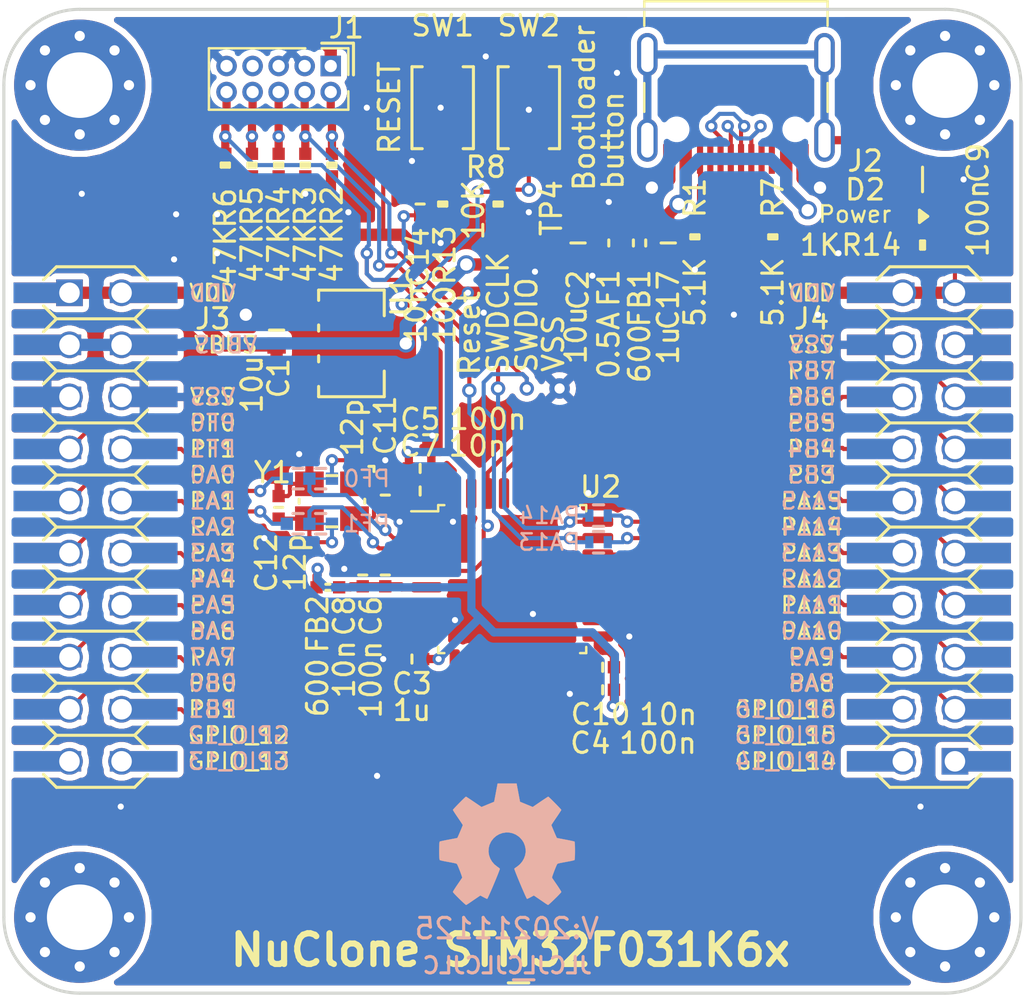
<source format=kicad_pcb>
(kicad_pcb (version 20171130) (host pcbnew 5.99.0+really5.1.10+dfsg1-1)
  (layers (0 F.Cu signal) (31 B.Cu signal) (34 B.Paste user) (35 F.Paste user) (36 B.SilkS user) (37 F.SilkS user) (38 B.Mask user) (39 F.Mask user) (44 Edge.Cuts user))
  (net 0 "")
  (net 1 /VBUS)
  (net 2 "Net-(F1-Pad2)")
  (net 3 /VDD)
  (net 4 "Net-(C9-Pad2)")
  (net 5 /VSS)
  (net 6 "Net-(J1-Pad7)")
  (net 7 /GPIO_28)
  (net 8 /GPIO_29)
  (net 9 /TMS)
  (net 10 /TCK)
  (net 11 /TDO)
  (net 12 /TDI)
  (net 13 /RESET)
  (net 14 "Net-(R13-Pad2)")
  (net 15 "Net-(D2-Pad2)")
  (net 16 "Net-(C17-Pad2)")
  (net 17 "Net-(J2-PadB5)")
  (net 18 "Net-(J2-PadB8)")
  (net 19 "Net-(J2-PadA8)")
  (net 20 "Net-(J2-PadA5)")
  (net 21 "Net-(J2-PadA6)")
  (net 22 "Net-(J2-PadA7)")
  (net 23 /Bootloader)
  (net 24 /GPIO_20)
  (net 25 /GPIO_23)
  (net 26 /GPIO_27)
  (net 27 /GPIO_16)
  (net 28 /GPIO_21)
  (net 29 /GPIO_19)
  (net 30 /GPIO_17)
  (net 31 /GPIO_18)
  (net 32 /GPIO_15)
  (net 33 /GPIO_14)
  (net 34 /GPIO_22)
  (net 35 /GPIO_24)
  (net 36 /GPIO_25)
  (net 37 /GPIO_26)
  (net 38 /GPIO_13)
  (net 39 /GPIO_12)
  (net 40 /GPIO_11)
  (net 41 /GPIO_10)
  (net 42 /GPIO_09)
  (net 43 /GPIO_08)
  (net 44 /GPIO_07)
  (net 45 /GPIO_06)
  (net 46 /GPIO_05)
  (net 47 /GPIO_04)
  (net 48 /GPIO_03)
  (net 49 /GPIO_02)
  (net 50 /GPIO_01)
  (net 51 /GPIO_00)
  (net 52 /microcontroller/VDDA)
  (net 53 "Net-(C11-Pad1)")
  (net 54 "Net-(C12-Pad1)")
  (net 55 /microcontroller/OSCIN)
  (net 56 /microcontroller/OSCOUT)
  (module SquantorConnectorsNamed:nuclone_small_right_stacked (layer F.Cu) (at 105.41 86.36 90)
    (fp_text reference J4 (at 10.16 -5.715 180) (layer F.SilkS))
    (fp_text value nuclone_small_right)
    (fp_text user VSS (at 8.9 -5.705 180) (layer B.SilkS) (effects (font (size 0.8 0.8) (thickness 0.12)) (justify mirror)))
    (fp_text user GPIO_15 (at -10.16 -6.985 180) (layer B.SilkS) (effects (font (size 0.8 0.8) (thickness 0.12)) (justify mirror)))
    (fp_text user PA8 (at -7.62 -5.715 180) (layer B.SilkS) (effects (font (size 0.8 0.8) (thickness 0.12)) (justify mirror)))
    (fp_text user PA10 (at -5.08 -5.715 180) (layer B.SilkS) (effects (font (size 0.8 0.8) (thickness 0.12)) (justify mirror)))
    (fp_text user PA12 (at -2.54 -5.715 180) (layer B.SilkS) (effects (font (size 0.8 0.8) (thickness 0.12)) (justify mirror)))
    (fp_text user PA14 (at 0 -5.715 180) (layer B.SilkS) (effects (font (size 0.8 0.8) (thickness 0.12)) (justify mirror)))
    (fp_text user PB3 (at 2.54 -5.715 180) (layer B.SilkS) (effects (font (size 0.8 0.8) (thickness 0.12)) (justify mirror)))
    (fp_text user PB5 (at 5.08 -5.715 180) (layer B.SilkS) (effects (font (size 0.8 0.8) (thickness 0.12)) (justify mirror)))
    (fp_text user PB7 (at 7.62 -5.715 180) (layer B.SilkS) (effects (font (size 0.8 0.8) (thickness 0.12)) (justify mirror)))
    (fp_text user VDD (at 11.4 -5.705 180) (layer B.SilkS) (effects (font (size 0.8 0.8) (thickness 0.12)) (justify mirror)))
    (fp_text user GPIO_14 (at -11.43 -6.985 180) (layer B.SilkS) (effects (font (size 0.8 0.8) (thickness 0.12)) (justify mirror)))
    (fp_text user GPIO_16 (at -8.89 -6.985 180) (layer B.SilkS) (effects (font (size 0.8 0.8) (thickness 0.12)) (justify mirror)))
    (fp_text user PA9 (at -6.35 -5.715 180) (layer B.SilkS) (effects (font (size 0.8 0.8) (thickness 0.12)) (justify mirror)))
    (fp_text user PB4 (at 3.81 -5.715 180) (layer B.SilkS) (effects (font (size 0.8 0.8) (thickness 0.12)) (justify mirror)))
    (fp_text user PB6 (at 6.35 -5.715 180) (layer B.SilkS) (effects (font (size 0.8 0.8) (thickness 0.12)) (justify mirror)))
    (fp_text user PA11 (at -3.81 -5.715 180) (layer B.SilkS) (effects (font (size 0.8 0.8) (thickness 0.12)) (justify mirror)))
    (fp_text user PA13 (at -1.27 -5.715 180) (layer B.SilkS) (effects (font (size 0.8 0.8) (thickness 0.12)) (justify mirror)))
    (fp_text user PA15 (at 1.27 -5.715 180) (layer B.SilkS) (effects (font (size 0.8 0.8) (thickness 0.12)) (justify mirror)))
    (fp_text user VSS (at 8.89 -5.715 180) (layer F.SilkS) (effects (font (size 0.8 0.8) (thickness 0.12))))
    (fp_text user GPIO_15 (at -10.16 -6.985 180) (layer F.SilkS) (effects (font (size 0.8 0.8) (thickness 0.12))))
    (fp_text user PA8 (at -7.62 -5.715 180) (layer F.SilkS) (effects (font (size 0.8 0.8) (thickness 0.12))))
    (fp_text user PA10 (at -5.08 -5.715 180) (layer F.SilkS) (effects (font (size 0.8 0.8) (thickness 0.12))))
    (fp_text user PA12 (at -2.54 -5.715 180) (layer F.SilkS) (effects (font (size 0.8 0.8) (thickness 0.12))))
    (fp_text user PA14 (at 0 -5.715 180) (layer F.SilkS) (effects (font (size 0.8 0.8) (thickness 0.12))))
    (fp_text user PB3 (at 2.54 -5.715 180) (layer F.SilkS) (effects (font (size 0.8 0.8) (thickness 0.12))))
    (fp_text user PB5 (at 5.08 -5.715 180) (layer F.SilkS) (effects (font (size 0.8 0.8) (thickness 0.12))))
    (fp_text user PB7 (at 7.62 -5.715 180) (layer F.SilkS) (effects (font (size 0.8 0.8) (thickness 0.12))))
    (fp_text user VDD (at 11.43 -5.715 180) (layer F.SilkS) (effects (font (size 0.8 0.8) (thickness 0.12))))
    (fp_text user GPIO_14 (at -11.43 -6.985 180) (layer F.SilkS) (effects (font (size 0.8 0.8) (thickness 0.12))))
    (fp_text user GPIO_16 (at -8.89 -6.985 180) (layer F.SilkS) (effects (font (size 0.8 0.8) (thickness 0.12))))
    (fp_text user PA9 (at -6.35 -5.715 180) (layer F.SilkS) (effects (font (size 0.8 0.8) (thickness 0.12))))
    (fp_text user PB4 (at 3.81 -5.715 180) (layer F.SilkS) (effects (font (size 0.8 0.8) (thickness 0.12))))
    (fp_text user PB6 (at 6.35 -5.715 180) (layer F.SilkS) (effects (font (size 0.8 0.8) (thickness 0.12))))
    (fp_text user PA11 (at -3.81 -5.715 180) (layer F.SilkS) (effects (font (size 0.8 0.8) (thickness 0.12))))
    (fp_text user PA13 (at -1.27 -5.715 180) (layer F.SilkS) (effects (font (size 0.8 0.8) (thickness 0.12))))
    (fp_text user PA15 (at 1.27 -5.715 180) (layer F.SilkS) (effects (font (size 0.8 0.8) (thickness 0.12))))
    (pad 2 smd rect (at -11.43 -2.35 90) (size 1 3.3) (layers B.Cu B.Mask) (net 33 /GPIO_14))
    (pad 10 smd rect (at -1.27 -2.35 90) (size 1 3.3) (layers B.Cu B.Mask) (net 34 /GPIO_22))
    (pad 20 smd rect (at 11.43 -2.35 90) (size 1 3.3) (layers B.Cu B.Mask) (net 3 /VDD))
    (pad 12 smd rect (at 1.27 -2.35 90) (size 1 3.3) (layers B.Cu B.Mask) (net 35 /GPIO_24))
    (pad 18 smd rect (at 8.89 -2.35 90) (size 1 3.3) (layers B.Cu B.Mask) (net 5 /VSS))
    (pad 4 smd rect (at -8.89 -2.35 90) (size 1 3.3) (layers B.Cu B.Mask) (net 27 /GPIO_16))
    (pad 8 smd rect (at -3.81 -2.35 90) (size 1 3.3) (layers B.Cu B.Mask) (net 24 /GPIO_20))
    (pad 16 smd rect (at 6.35 -2.35 90) (size 1 3.3) (layers B.Cu B.Mask) (net 7 /GPIO_28))
    (pad 14 smd rect (at 3.81 -2.35 90) (size 1 3.3) (layers B.Cu B.Mask) (net 37 /GPIO_26))
    (pad 6 smd rect (at -6.35 -2.35 90) (size 1 3.3) (layers B.Cu B.Mask) (net 31 /GPIO_18))
    (pad 1 smd rect (at -11.43 2.35 90) (size 1 3.3) (layers B.Cu B.Mask) (net 32 /GPIO_15))
    (pad 5 smd rect (at -6.35 2.35 90) (size 1 3.3) (layers B.Cu B.Mask) (net 29 /GPIO_19))
    (pad 9 smd rect (at -1.27 2.35 90) (size 1 3.3) (layers B.Cu B.Mask) (net 25 /GPIO_23))
    (pad 7 smd rect (at -3.81 2.35 90) (size 1 3.3) (layers B.Cu B.Mask) (net 28 /GPIO_21))
    (pad 13 smd rect (at 3.81 2.35 90) (size 1 3.3) (layers B.Cu B.Mask) (net 26 /GPIO_27))
    (pad 19 smd rect (at 11.43 2.35 90) (size 1 3.3) (layers B.Cu B.Mask) (net 3 /VDD))
    (pad 15 smd rect (at 6.35 2.35 90) (size 1 3.3) (layers B.Cu B.Mask) (net 8 /GPIO_29))
    (pad 11 smd rect (at 1.27 2.35 90) (size 1 3.3) (layers B.Cu B.Mask) (net 36 /GPIO_25))
    (pad 17 smd rect (at 8.89 2.35 90) (size 1 3.3) (layers B.Cu B.Mask) (net 5 /VSS))
    (pad 3 smd rect (at -8.89 2.35 90) (size 1 3.3) (layers B.Cu B.Mask) (net 30 /GPIO_17))
    (pad 1 thru_hole rect (at -11.43 1.27 90) (size 1.3 1.3) (drill 1) (layers *.Cu *.Mask) (net 32 /GPIO_15))
    (pad 2 thru_hole circle (at -11.43 -1.27 90) (size 1.3 1.3) (drill 1) (layers *.Cu *.Mask) (net 33 /GPIO_14))
    (pad 3 thru_hole circle (at -8.89 1.27 90) (size 1.3 1.3) (drill 1) (layers *.Cu *.Mask) (net 30 /GPIO_17))
    (pad 4 thru_hole circle (at -8.89 -1.27 90) (size 1.3 1.3) (drill 1) (layers *.Cu *.Mask) (net 27 /GPIO_16))
    (pad 5 thru_hole circle (at -6.35 1.27 90) (size 1.3 1.3) (drill 1) (layers *.Cu *.Mask) (net 29 /GPIO_19))
    (pad 6 thru_hole circle (at -6.35 -1.27 90) (size 1.3 1.3) (drill 1) (layers *.Cu *.Mask) (net 31 /GPIO_18))
    (pad 7 thru_hole circle (at -3.81 1.27 90) (size 1.3 1.3) (drill 1) (layers *.Cu *.Mask) (net 28 /GPIO_21))
    (pad 8 thru_hole circle (at -3.81 -1.27 90) (size 1.3 1.3) (drill 1) (layers *.Cu *.Mask) (net 24 /GPIO_20))
    (pad 9 thru_hole circle (at -1.27 1.27 90) (size 1.3 1.3) (drill 1) (layers *.Cu *.Mask) (net 25 /GPIO_23))
    (pad 10 thru_hole circle (at -1.27 -1.27 90) (size 1.3 1.3) (drill 1) (layers *.Cu *.Mask) (net 34 /GPIO_22))
    (pad 11 thru_hole circle (at 1.27 1.27 90) (size 1.3 1.3) (drill 1) (layers *.Cu *.Mask) (net 36 /GPIO_25))
    (pad 12 thru_hole circle (at 1.27 -1.27 90) (size 1.3 1.3) (drill 1) (layers *.Cu *.Mask) (net 35 /GPIO_24))
    (pad 13 thru_hole circle (at 3.81 1.27 90) (size 1.3 1.3) (drill 1) (layers *.Cu *.Mask) (net 26 /GPIO_27))
    (pad 14 thru_hole circle (at 3.81 -1.27 90) (size 1.3 1.3) (drill 1) (layers *.Cu *.Mask) (net 37 /GPIO_26))
    (pad 15 thru_hole circle (at 6.35 1.27 90) (size 1.3 1.3) (drill 1) (layers *.Cu *.Mask) (net 8 /GPIO_29))
    (pad 16 thru_hole circle (at 6.35 -1.27 90) (size 1.3 1.3) (drill 1) (layers *.Cu *.Mask) (net 7 /GPIO_28))
    (pad 17 thru_hole circle (at 8.89 1.27 90) (size 1.3 1.3) (drill 1) (layers *.Cu *.Mask) (net 5 /VSS))
    (pad 18 thru_hole circle (at 8.89 -1.27 90) (size 1.3 1.3) (drill 1) (layers *.Cu *.Mask) (net 5 /VSS))
    (pad 19 thru_hole circle (at 11.43 1.27 90) (size 1.3 1.3) (drill 1) (layers *.Cu *.Mask) (net 3 /VDD))
    (pad 20 thru_hole circle (at 11.43 -1.27 90) (size 1.3 1.3) (drill 1) (layers *.Cu *.Mask) (net 3 /VDD))
    (pad 1 smd rect (at -11.43 2.35 90) (size 1 3.3) (layers F.Cu F.Mask) (net 32 /GPIO_15))
    (pad 3 smd rect (at -8.89 2.35 90) (size 1 3.3) (layers F.Cu F.Mask) (net 30 /GPIO_17))
    (pad 5 smd rect (at -6.35 2.35 90) (size 1 3.3) (layers F.Cu F.Mask) (net 29 /GPIO_19))
    (pad 7 smd rect (at -3.81 2.35 90) (size 1 3.3) (layers F.Cu F.Mask) (net 28 /GPIO_21))
    (pad 9 smd rect (at -1.27 2.35 90) (size 1 3.3) (layers F.Cu F.Mask) (net 25 /GPIO_23))
    (pad 11 smd rect (at 1.27 2.35 90) (size 1 3.3) (layers F.Cu F.Mask) (net 36 /GPIO_25))
    (pad 13 smd rect (at 3.81 2.35 90) (size 1 3.3) (layers F.Cu F.Mask) (net 26 /GPIO_27))
    (pad 15 smd rect (at 6.35 2.35 90) (size 1 3.3) (layers F.Cu F.Mask) (net 8 /GPIO_29))
    (pad 17 smd rect (at 8.89 2.35 90) (size 1 3.3) (layers F.Cu F.Mask) (net 5 /VSS))
    (pad 19 smd rect (at 11.43 2.35 90) (size 1 3.3) (layers F.Cu F.Mask) (net 3 /VDD))
    (pad 20 smd rect (at 11.43 -2.35 90) (size 1 3.3) (layers F.Cu F.Mask) (net 3 /VDD))
    (pad 18 smd rect (at 8.89 -2.35 90) (size 1 3.3) (layers F.Cu F.Mask) (net 5 /VSS))
    (pad 16 smd rect (at 6.35 -2.35 90) (size 1 3.3) (layers F.Cu F.Mask) (net 7 /GPIO_28))
    (pad 14 smd rect (at 3.81 -2.35 90) (size 1 3.3) (layers F.Cu F.Mask) (net 37 /GPIO_26))
    (pad 12 smd rect (at 1.27 -2.35 90) (size 1 3.3) (layers F.Cu F.Mask) (net 35 /GPIO_24))
    (pad 10 smd rect (at -1.27 -2.35 90) (size 1 3.3) (layers F.Cu F.Mask) (net 34 /GPIO_22))
    (pad 8 smd rect (at -3.81 -2.35 90) (size 1 3.3) (layers F.Cu F.Mask) (net 24 /GPIO_20))
    (pad 6 smd rect (at -6.35 -2.35 90) (size 1 3.3) (layers F.Cu F.Mask) (net 31 /GPIO_18))
    (pad 4 smd rect (at -8.89 -2.35 90) (size 1 3.3) (layers F.Cu F.Mask) (net 27 /GPIO_16))
    (pad 2 smd rect (at -11.43 -2.35 90) (size 1 3.3) (layers F.Cu F.Mask) (net 33 /GPIO_14))
  )
  (module SquantorConnectorsNamed:nuclone_small_left_stacked (layer F.Cu) (at 64.77 86.36 270)
    (fp_text reference J3 (at -10.16 -5.715) (layer F.SilkS))
    (fp_text value nuclone_small_left)
    (fp_text user VBUS (at -8.89 -6.35) (layer F.SilkS) (effects (font (size 0.8 0.8) (thickness 0.12))))
    (fp_text user VDD (at -11.43 -5.715) (layer F.SilkS) (effects (font (size 0.8 0.8) (thickness 0.12))))
    (fp_text user GPIO_12 (at 10.16 -6.985) (layer F.SilkS) (effects (font (size 0.8 0.8) (thickness 0.12))))
    (fp_text user PB0 (at 7.62 -5.715) (layer F.SilkS) (effects (font (size 0.8 0.8) (thickness 0.12))))
    (fp_text user PA6 (at 5.08 -5.715) (layer F.SilkS) (effects (font (size 0.8 0.8) (thickness 0.12))))
    (fp_text user PA4 (at 2.54 -5.715) (layer F.SilkS) (effects (font (size 0.8 0.8) (thickness 0.12))))
    (fp_text user PA2 (at 0 -5.715) (layer F.SilkS) (effects (font (size 0.8 0.8) (thickness 0.12))))
    (fp_text user GPIO_13 (at 11.43 -6.985) (layer F.SilkS) (effects (font (size 0.8 0.8) (thickness 0.12))))
    (fp_text user PB1 (at 8.89 -5.715) (layer F.SilkS) (effects (font (size 0.8 0.8) (thickness 0.12))))
    (fp_text user PA7 (at 6.35 -5.715) (layer F.SilkS) (effects (font (size 0.8 0.8) (thickness 0.12))))
    (fp_text user PA5 (at 3.81 -5.715) (layer F.SilkS) (effects (font (size 0.8 0.8) (thickness 0.12))))
    (fp_text user PA3 (at 1.27 -5.715) (layer F.SilkS) (effects (font (size 0.8 0.8) (thickness 0.12))))
    (fp_text user PF1 (at -3.81 -5.715) (layer F.SilkS) (effects (font (size 0.8 0.8) (thickness 0.12))))
    (fp_text user PF0 (at -5.08 -5.715) (layer F.SilkS) (effects (font (size 0.8 0.8) (thickness 0.12))))
    (fp_text user VSS (at -6.35 -5.715) (layer F.SilkS) (effects (font (size 0.8 0.8) (thickness 0.12))))
    (fp_text user PA1 (at -1.27 -5.715) (layer F.SilkS) (effects (font (size 0.8 0.8) (thickness 0.12))))
    (fp_text user PA0 (at -2.54 -5.715) (layer F.SilkS) (effects (font (size 0.8 0.8) (thickness 0.12))))
    (fp_text user VBUS (at -8.89 -6.35) (layer B.SilkS) (effects (font (size 0.8 0.8) (thickness 0.12)) (justify mirror)))
    (fp_text user VDD (at -11.4 -5.715) (layer B.SilkS) (effects (font (size 0.8 0.8) (thickness 0.12)) (justify mirror)))
    (fp_text user GPIO_12 (at 10.16 -6.985) (layer B.SilkS) (effects (font (size 0.8 0.8) (thickness 0.12)) (justify mirror)))
    (fp_text user PB0 (at 7.62 -5.715) (layer B.SilkS) (effects (font (size 0.8 0.8) (thickness 0.12)) (justify mirror)))
    (fp_text user PA6 (at 5.08 -5.715) (layer B.SilkS) (effects (font (size 0.8 0.8) (thickness 0.12)) (justify mirror)))
    (fp_text user PA4 (at 2.54 -5.715) (layer B.SilkS) (effects (font (size 0.8 0.8) (thickness 0.12)) (justify mirror)))
    (fp_text user PA2 (at 0 -5.715) (layer B.SilkS) (effects (font (size 0.8 0.8) (thickness 0.12)) (justify mirror)))
    (fp_text user GPIO_13 (at 11.43 -6.985) (layer B.SilkS) (effects (font (size 0.8 0.8) (thickness 0.12)) (justify mirror)))
    (fp_text user PB1 (at 8.89 -5.715) (layer B.SilkS) (effects (font (size 0.8 0.8) (thickness 0.12)) (justify mirror)))
    (fp_text user PA7 (at 6.35 -5.715) (layer B.SilkS) (effects (font (size 0.8 0.8) (thickness 0.12)) (justify mirror)))
    (fp_text user PA5 (at 3.81 -5.715) (layer B.SilkS) (effects (font (size 0.8 0.8) (thickness 0.12)) (justify mirror)))
    (fp_text user PA3 (at 1.27 -5.715) (layer B.SilkS) (effects (font (size 0.8 0.8) (thickness 0.12)) (justify mirror)))
    (fp_text user PA1 (at -1.27 -5.715) (layer B.SilkS) (effects (font (size 0.8 0.8) (thickness 0.12)) (justify mirror)))
    (fp_text user PA0 (at -2.54 -5.715) (layer B.SilkS) (effects (font (size 0.8 0.8) (thickness 0.12)) (justify mirror)))
    (fp_text user PF1 (at -3.81 -5.715) (layer B.SilkS) (effects (font (size 0.8 0.8) (thickness 0.12)) (justify mirror)))
    (fp_text user PF0 (at -5.08 -5.715) (layer B.SilkS) (effects (font (size 0.8 0.8) (thickness 0.12)) (justify mirror)))
    (fp_text user VSS (at -6.35 -5.715) (layer B.SilkS) (effects (font (size 0.8 0.8) (thickness 0.12)) (justify mirror)))
    (pad 20 thru_hole circle (at 11.43 -1.27 270) (size 1.3 1.3) (drill 1) (layers *.Cu *.Mask) (net 38 /GPIO_13))
    (pad 19 thru_hole circle (at 11.43 1.27 270) (size 1.3 1.3) (drill 1) (layers *.Cu *.Mask) (net 39 /GPIO_12))
    (pad 18 thru_hole circle (at 8.89 -1.27 270) (size 1.3 1.3) (drill 1) (layers *.Cu *.Mask) (net 40 /GPIO_11))
    (pad 17 thru_hole circle (at 8.89 1.27 270) (size 1.3 1.3) (drill 1) (layers *.Cu *.Mask) (net 41 /GPIO_10))
    (pad 16 thru_hole circle (at 6.35 -1.27 270) (size 1.3 1.3) (drill 1) (layers *.Cu *.Mask) (net 42 /GPIO_09))
    (pad 15 thru_hole circle (at 6.35 1.27 270) (size 1.3 1.3) (drill 1) (layers *.Cu *.Mask) (net 43 /GPIO_08))
    (pad 14 thru_hole circle (at 3.81 -1.27 270) (size 1.3 1.3) (drill 1) (layers *.Cu *.Mask) (net 44 /GPIO_07))
    (pad 13 thru_hole circle (at 3.81 1.27 270) (size 1.3 1.3) (drill 1) (layers *.Cu *.Mask) (net 45 /GPIO_06))
    (pad 12 thru_hole circle (at 1.27 -1.27 270) (size 1.3 1.3) (drill 1) (layers *.Cu *.Mask) (net 46 /GPIO_05))
    (pad 11 thru_hole circle (at 1.27 1.27 270) (size 1.3 1.3) (drill 1) (layers *.Cu *.Mask) (net 47 /GPIO_04))
    (pad 10 thru_hole circle (at -1.27 -1.27 270) (size 1.3 1.3) (drill 1) (layers *.Cu *.Mask) (net 48 /GPIO_03))
    (pad 9 thru_hole circle (at -1.27 1.27 270) (size 1.3 1.3) (drill 1) (layers *.Cu *.Mask) (net 49 /GPIO_02))
    (pad 8 thru_hole circle (at -3.81 -1.27 270) (size 1.3 1.3) (drill 1) (layers *.Cu *.Mask) (net 50 /GPIO_01))
    (pad 7 thru_hole circle (at -3.81 1.27 270) (size 1.3 1.3) (drill 1) (layers *.Cu *.Mask) (net 51 /GPIO_00))
    (pad 6 thru_hole circle (at -6.35 -1.27 270) (size 1.3 1.3) (drill 1) (layers *.Cu *.Mask) (net 5 /VSS))
    (pad 5 thru_hole circle (at -6.35 1.27 270) (size 1.3 1.3) (drill 1) (layers *.Cu *.Mask) (net 5 /VSS))
    (pad 4 thru_hole circle (at -8.89 -1.27 270) (size 1.3 1.3) (drill 1) (layers *.Cu *.Mask) (net 1 /VBUS))
    (pad 3 thru_hole circle (at -8.89 1.27 270) (size 1.3 1.3) (drill 1) (layers *.Cu *.Mask) (net 1 /VBUS))
    (pad 2 thru_hole circle (at -11.43 -1.27 270) (size 1.3 1.3) (drill 1) (layers *.Cu *.Mask) (net 3 /VDD))
    (pad 1 thru_hole rect (at -11.43 1.27 270) (size 1.3 1.3) (drill 1) (layers *.Cu *.Mask) (net 3 /VDD))
    (pad 1 smd rect (at -11.43 2.35 270) (size 1 3.3) (layers F.Cu F.Mask) (net 3 /VDD))
    (pad 3 smd rect (at -8.89 2.35 270) (size 1 3.3) (layers F.Cu F.Mask) (net 1 /VBUS))
    (pad 5 smd rect (at -6.35 2.35 270) (size 1 3.3) (layers F.Cu F.Mask) (net 5 /VSS))
    (pad 7 smd rect (at -3.81 2.35 270) (size 1 3.3) (layers F.Cu F.Mask) (net 51 /GPIO_00))
    (pad 9 smd rect (at -1.27 2.35 270) (size 1 3.3) (layers F.Cu F.Mask) (net 49 /GPIO_02))
    (pad 11 smd rect (at 1.27 2.35 270) (size 1 3.3) (layers F.Cu F.Mask) (net 47 /GPIO_04))
    (pad 13 smd rect (at 3.81 2.35 270) (size 1 3.3) (layers F.Cu F.Mask) (net 45 /GPIO_06))
    (pad 15 smd rect (at 6.35 2.35 270) (size 1 3.3) (layers F.Cu F.Mask) (net 43 /GPIO_08))
    (pad 17 smd rect (at 8.89 2.35 270) (size 1 3.3) (layers F.Cu F.Mask) (net 41 /GPIO_10))
    (pad 19 smd rect (at 11.43 2.35 270) (size 1 3.3) (layers F.Cu F.Mask) (net 39 /GPIO_12))
    (pad 20 smd rect (at 11.43 -2.35 270) (size 1 3.3) (layers F.Cu F.Mask) (net 38 /GPIO_13))
    (pad 18 smd rect (at 8.89 -2.35 270) (size 1 3.3) (layers F.Cu F.Mask) (net 40 /GPIO_11))
    (pad 16 smd rect (at 6.35 -2.35 270) (size 1 3.3) (layers F.Cu F.Mask) (net 42 /GPIO_09))
    (pad 14 smd rect (at 3.81 -2.35 270) (size 1 3.3) (layers F.Cu F.Mask) (net 44 /GPIO_07))
    (pad 12 smd rect (at 1.27 -2.35 270) (size 1 3.3) (layers F.Cu F.Mask) (net 46 /GPIO_05))
    (pad 10 smd rect (at -1.27 -2.35 270) (size 1 3.3) (layers F.Cu F.Mask) (net 48 /GPIO_03))
    (pad 8 smd rect (at -3.81 -2.35 270) (size 1 3.3) (layers F.Cu F.Mask) (net 50 /GPIO_01))
    (pad 6 smd rect (at -6.35 -2.35 270) (size 1 3.3) (layers F.Cu F.Mask) (net 5 /VSS))
    (pad 4 smd rect (at -8.89 -2.35 270) (size 1 3.3) (layers F.Cu F.Mask) (net 1 /VBUS))
    (pad 2 smd rect (at -11.43 -2.35 270) (size 1 3.3) (layers F.Cu F.Mask) (net 3 /VDD))
    (pad 7 smd rect (at -3.81 2.35 270) (size 1 3.3) (layers B.Cu B.Mask) (net 51 /GPIO_00))
    (pad 15 smd rect (at 6.35 2.35 270) (size 1 3.3) (layers B.Cu B.Mask) (net 43 /GPIO_08))
    (pad 9 smd rect (at -1.27 2.35 270) (size 1 3.3) (layers B.Cu B.Mask) (net 49 /GPIO_02))
    (pad 11 smd rect (at 1.27 2.35 270) (size 1 3.3) (layers B.Cu B.Mask) (net 47 /GPIO_04))
    (pad 13 smd rect (at 3.81 2.35 270) (size 1 3.3) (layers B.Cu B.Mask) (net 45 /GPIO_06))
    (pad 19 smd rect (at 11.43 2.35 270) (size 1 3.3) (layers B.Cu B.Mask) (net 39 /GPIO_12))
    (pad 1 smd rect (at -11.43 2.35 270) (size 1 3.3) (layers B.Cu B.Mask) (net 3 /VDD))
    (pad 17 smd rect (at 8.89 2.35 270) (size 1 3.3) (layers B.Cu B.Mask) (net 41 /GPIO_10))
    (pad 5 smd rect (at -6.35 2.35 270) (size 1 3.3) (layers B.Cu B.Mask) (net 5 /VSS))
    (pad 3 smd rect (at -8.89 2.35 270) (size 1 3.3) (layers B.Cu B.Mask) (net 1 /VBUS))
    (pad 16 smd rect (at 6.35 -2.35 270) (size 1 3.3) (layers B.Cu B.Mask) (net 42 /GPIO_09))
    (pad 10 smd rect (at -1.27 -2.35 270) (size 1 3.3) (layers B.Cu B.Mask) (net 48 /GPIO_03))
    (pad 14 smd rect (at 3.81 -2.35 270) (size 1 3.3) (layers B.Cu B.Mask) (net 44 /GPIO_07))
    (pad 2 smd rect (at -11.43 -2.35 270) (size 1 3.3) (layers B.Cu B.Mask) (net 3 /VDD))
    (pad 20 smd rect (at 11.43 -2.35 270) (size 1 3.3) (layers B.Cu B.Mask) (net 38 /GPIO_13))
    (pad 6 smd rect (at -6.35 -2.35 270) (size 1 3.3) (layers B.Cu B.Mask) (net 5 /VSS))
    (pad 4 smd rect (at -8.89 -2.35 270) (size 1 3.3) (layers B.Cu B.Mask) (net 1 /VBUS))
    (pad 18 smd rect (at 8.89 -2.35 270) (size 1 3.3) (layers B.Cu B.Mask) (net 40 /GPIO_11))
    (pad 8 smd rect (at -3.81 -2.35 270) (size 1 3.3) (layers B.Cu B.Mask) (net 50 /GPIO_01))
    (pad 12 smd rect (at 1.27 -2.35 270) (size 1 3.3) (layers B.Cu B.Mask) (net 46 /GPIO_05))
  )
  (module Package_QFP:LQFP-32_7x7mm_P0.8mm (layer F.Cu) (at 85.09 88.9)
    (fp_text reference U2 (at 4.31 -4.5) (layer F.SilkS))
    (fp_text value STM32F031Kx)
    (pad 32 smd roundrect (at -2.8 -4.175) (size 0.5 1.5) (layers F.Cu F.Paste F.Mask) (net 5 /VSS))
    (pad 31 smd roundrect (at -2 -4.175) (size 0.5 1.5) (layers F.Cu F.Paste F.Mask) (net 23 /Bootloader))
    (pad 30 smd roundrect (at -1.2 -4.175) (size 0.5 1.5) (layers F.Cu F.Paste F.Mask) (net 8 /GPIO_29))
    (pad 29 smd roundrect (at -0.4 -4.175) (size 0.5 1.5) (layers F.Cu F.Paste F.Mask) (net 7 /GPIO_28))
    (pad 28 smd roundrect (at 0.4 -4.175) (size 0.5 1.5) (layers F.Cu F.Paste F.Mask) (net 26 /GPIO_27))
    (pad 27 smd roundrect (at 1.2 -4.175) (size 0.5 1.5) (layers F.Cu F.Paste F.Mask) (net 37 /GPIO_26))
    (pad 26 smd roundrect (at 2 -4.175) (size 0.5 1.5) (layers F.Cu F.Paste F.Mask) (net 36 /GPIO_25))
    (pad 25 smd roundrect (at 2.8 -4.175) (size 0.5 1.5) (layers F.Cu F.Paste F.Mask) (net 35 /GPIO_24))
    (pad 24 smd roundrect (at 4.175 -2.8) (size 1.5 0.5) (layers F.Cu F.Paste F.Mask) (net 10 /TCK))
    (pad 23 smd roundrect (at 4.175 -2) (size 1.5 0.5) (layers F.Cu F.Paste F.Mask) (net 9 /TMS))
    (pad 22 smd roundrect (at 4.175 -1.2) (size 1.5 0.5) (layers F.Cu F.Paste F.Mask) (net 28 /GPIO_21))
    (pad 21 smd roundrect (at 4.175 -0.4) (size 1.5 0.5) (layers F.Cu F.Paste F.Mask) (net 24 /GPIO_20))
    (pad 20 smd roundrect (at 4.175 0.4) (size 1.5 0.5) (layers F.Cu F.Paste F.Mask) (net 29 /GPIO_19))
    (pad 19 smd roundrect (at 4.175 1.2) (size 1.5 0.5) (layers F.Cu F.Paste F.Mask) (net 31 /GPIO_18))
    (pad 18 smd roundrect (at 4.175 2) (size 1.5 0.5) (layers F.Cu F.Paste F.Mask) (net 30 /GPIO_17))
    (pad 17 smd roundrect (at 4.175 2.8) (size 1.5 0.5) (layers F.Cu F.Paste F.Mask) (net 3 /VDD))
    (pad 16 smd roundrect (at 2.8 4.175) (size 0.5 1.5) (layers F.Cu F.Paste F.Mask) (net 5 /VSS))
    (pad 15 smd roundrect (at 2 4.175) (size 0.5 1.5) (layers F.Cu F.Paste F.Mask) (net 40 /GPIO_11))
    (pad 14 smd roundrect (at 1.2 4.175) (size 0.5 1.5) (layers F.Cu F.Paste F.Mask) (net 41 /GPIO_10))
    (pad 13 smd roundrect (at 0.4 4.175) (size 0.5 1.5) (layers F.Cu F.Paste F.Mask) (net 42 /GPIO_09))
    (pad 12 smd roundrect (at -0.4 4.175) (size 0.5 1.5) (layers F.Cu F.Paste F.Mask) (net 43 /GPIO_08))
    (pad 11 smd roundrect (at -1.2 4.175) (size 0.5 1.5) (layers F.Cu F.Paste F.Mask) (net 44 /GPIO_07))
    (pad 10 smd roundrect (at -2 4.175) (size 0.5 1.5) (layers F.Cu F.Paste F.Mask) (net 45 /GPIO_06))
    (pad 9 smd roundrect (at -2.8 4.175) (size 0.5 1.5) (layers F.Cu F.Paste F.Mask) (net 46 /GPIO_05))
    (pad 8 smd roundrect (at -4.175 2.8) (size 1.5 0.5) (layers F.Cu F.Paste F.Mask) (net 47 /GPIO_04))
    (pad 7 smd roundrect (at -4.175 2) (size 1.5 0.5) (layers F.Cu F.Paste F.Mask) (net 48 /GPIO_03))
    (pad 6 smd roundrect (at -4.175 1.2) (size 1.5 0.5) (layers F.Cu F.Paste F.Mask) (net 49 /GPIO_02))
    (pad 5 smd roundrect (at -4.175 0.4) (size 1.5 0.5) (layers F.Cu F.Paste F.Mask) (net 52 /microcontroller/VDDA))
    (pad 4 smd roundrect (at -4.175 -0.4) (size 1.5 0.5) (layers F.Cu F.Paste F.Mask) (net 13 /RESET))
    (pad 3 smd roundrect (at -4.175 -1.2) (size 1.5 0.5) (layers F.Cu F.Paste F.Mask) (net 56 /microcontroller/OSCOUT))
    (pad 2 smd roundrect (at -4.175 -2) (size 1.5 0.5) (layers F.Cu F.Paste F.Mask) (net 55 /microcontroller/OSCIN))
    (pad 1 smd roundrect (at -4.175 -2.8) (size 1.5 0.5) (layers F.Cu F.Paste F.Mask) (net 3 /VDD))
  )
  (module SquantorCrystal:Crystal_3225_4 (layer F.Cu) (at 76.3 85.1 180)
    (fp_text reference Y1 (at 2.9 1.4) (layer F.SilkS))
    (fp_text value 16MHz)
    (pad 1 smd rect (at -1.1 0.85 180) (size 1.4 1.2) (layers F.Cu F.Paste F.Mask) (net 53 "Net-(C11-Pad1)"))
    (pad 2 smd rect (at 1.1 0.85 180) (size 1.4 1.2) (layers F.Cu F.Paste F.Mask) (net 5 /VSS))
    (pad 3 smd rect (at 1.1 -0.85 180) (size 1.4 1.2) (layers F.Cu F.Paste F.Mask) (net 54 "Net-(C12-Pad1)"))
    (pad 4 smd rect (at -1.1 -0.85 180) (size 1.4 1.2) (layers F.Cu F.Paste F.Mask) (net 5 /VSS))
  )
  (module SquantorSpecial:solder_jumper_3way_12conn (layer B.Cu) (at 75.2 86.2 180)
    (fp_text reference JP4)
    (fp_text value PF1 (at -2.8 0) (layer B.SilkS) (effects (font (size 0.8 0.8) (thickness 0.12)) (justify mirror)))
    (fp_poly (pts (xy -0.8 0.05) (xy -0.3 0.05) (xy -0.3 -0.05) (xy -0.8 -0.05)) (layer B.Cu) (width 0.01))
    (pad 3 smd rect (at 1.1 0 180) (size 0.6 0.6) (layers B.Cu B.Mask) (net 50 /GPIO_01))
    (pad 2 smd rect (at 0 0 180) (size 0.6 0.6) (layers B.Cu B.Mask) (net 56 /microcontroller/OSCOUT))
    (pad 1 smd rect (at -1.1 0 180) (size 0.6 0.6) (layers B.Cu B.Mask) (net 54 "Net-(C12-Pad1)"))
  )
  (module SquantorSpecial:solder_jumper_3way_12conn (layer B.Cu) (at 75.2 84 180)
    (fp_text reference JP3)
    (fp_text value PF0 (at -2.8 0) (layer B.SilkS) (effects (font (size 0.8 0.8) (thickness 0.12)) (justify mirror)))
    (fp_poly (pts (xy -0.8 0.05) (xy -0.3 0.05) (xy -0.3 -0.05) (xy -0.8 -0.05)) (layer B.Cu) (width 0.01))
    (pad 3 smd rect (at 1.1 0 180) (size 0.6 0.6) (layers B.Cu B.Mask) (net 51 /GPIO_00))
    (pad 2 smd rect (at 0 0 180) (size 0.6 0.6) (layers B.Cu B.Mask) (net 55 /microcontroller/OSCIN))
    (pad 1 smd rect (at -1.1 0 180) (size 0.6 0.6) (layers B.Cu B.Mask) (net 53 "Net-(C11-Pad1)"))
  )
  (module SquantorSpecial:solder_jumper_2way_noconn (layer B.Cu) (at 89.3 85.8 180)
    (fp_text reference JP2)
    (fp_text value PA14 (at 2.4 0) (layer B.SilkS) (effects (font (size 0.8 0.8) (thickness 0.12)) (justify mirror)))
    (pad 2 smd rect (at 0.45 0 180) (size 0.4 0.6) (layers B.Cu B.Mask) (net 10 /TCK))
    (pad 1 smd rect (at -0.45 0 180) (size 0.4 0.6) (layers B.Cu B.Mask) (net 25 /GPIO_23))
  )
  (module SquantorSpecial:solder_jumper_2way_noconn (layer B.Cu) (at 89.3 87.1 180)
    (fp_text reference JP1)
    (fp_text value PA13 (at 2.4 0) (layer B.SilkS) (effects (font (size 0.8 0.8) (thickness 0.12)) (justify mirror)))
    (pad 2 smd rect (at 0.45 0 180) (size 0.4 0.6) (layers B.Cu B.Mask) (net 9 /TMS))
    (pad 1 smd rect (at -0.45 0 180) (size 0.4 0.6) (layers B.Cu B.Mask) (net 34 /GPIO_22))
  )
  (module SquantorRcl:L_0402 (layer F.Cu) (at 76.1 89.3 180)
    (fp_text reference FB2 (at 0.5 -1.8 90) (layer F.SilkS))
    (fp_text value 600 (at 0.5 -4.9 90) (layer F.SilkS))
    (pad 2 smd rect (at 0.55 0 180) (size 0.6 0.6) (layers F.Cu F.Paste F.Mask) (net 3 /VDD))
    (pad 1 smd rect (at -0.55 0 180) (size 0.6 0.6) (layers F.Cu F.Paste F.Mask) (net 52 /microcontroller/VDDA))
  )
  (module SquantorRcl:C_0402 (layer F.Cu) (at 73.7 85.4 90)
    (fp_text reference C12 (at -2.7 -0.6 90) (layer F.SilkS))
    (fp_text value 12p (at -2.7 0.8 90) (layer F.SilkS))
    (pad 2 smd rect (at 0.55 0 90) (size 0.6 0.6) (layers F.Cu F.Paste F.Mask) (net 5 /VSS))
    (pad 1 smd rect (at -0.55 0 90) (size 0.6 0.6) (layers F.Cu F.Paste F.Mask) (net 54 "Net-(C12-Pad1)"))
  )
  (module SquantorRcl:C_0402 (layer F.Cu) (at 78.9 84.8 270)
    (fp_text reference C11 (at -3.4 0 270) (layer F.SilkS))
    (fp_text value 12p (at -3.3 1.6 90) (layer F.SilkS))
    (pad 2 smd rect (at 0.55 0 270) (size 0.6 0.6) (layers F.Cu F.Paste F.Mask) (net 5 /VSS))
    (pad 1 smd rect (at -0.55 0 270) (size 0.6 0.6) (layers F.Cu F.Paste F.Mask) (net 53 "Net-(C11-Pad1)"))
  )
  (module SquantorRcl:C_0402 (layer F.Cu) (at 89.5 93.2 180)
    (fp_text reference C10 (at 0.1 -2.3) (layer F.SilkS))
    (fp_text value 10n (at -3.2 -2.3) (layer F.SilkS))
    (pad 2 smd rect (at 0.55 0 180) (size 0.6 0.6) (layers F.Cu F.Paste F.Mask) (net 5 /VSS))
    (pad 1 smd rect (at -0.55 0 180) (size 0.6 0.6) (layers F.Cu F.Paste F.Mask) (net 3 /VDD))
  )
  (module SquantorRcl:C_0402 (layer F.Cu) (at 77.8 88.7 90)
    (fp_text reference C8 (at -2 -0.9 90) (layer F.SilkS))
    (fp_text value 10n (at -4.6 -0.9 90) (layer F.SilkS))
    (pad 2 smd rect (at 0.55 0 90) (size 0.6 0.6) (layers F.Cu F.Paste F.Mask) (net 5 /VSS))
    (pad 1 smd rect (at -0.55 0 90) (size 0.6 0.6) (layers F.Cu F.Paste F.Mask) (net 52 /microcontroller/VDDA))
  )
  (module SquantorRcl:C_0402 (layer F.Cu) (at 80.6 84.6)
    (fp_text reference C7 (at 0 -2.2) (layer F.SilkS))
    (fp_text value 10n (at 2.8 -2.2) (layer F.SilkS))
    (pad 2 smd rect (at 0.55 0) (size 0.6 0.6) (layers F.Cu F.Paste F.Mask) (net 5 /VSS))
    (pad 1 smd rect (at -0.55 0) (size 0.6 0.6) (layers F.Cu F.Paste F.Mask) (net 3 /VDD))
  )
  (module SquantorRcl:C_0402 (layer F.Cu) (at 78.9 88.7 90)
    (fp_text reference C6 (at -2 -0.7 90) (layer F.SilkS))
    (fp_text value 100n (at -5.1 -0.7 90) (layer F.SilkS))
    (pad 2 smd rect (at 0.55 0 90) (size 0.6 0.6) (layers F.Cu F.Paste F.Mask) (net 5 /VSS))
    (pad 1 smd rect (at -0.55 0 90) (size 0.6 0.6) (layers F.Cu F.Paste F.Mask) (net 52 /microcontroller/VDDA))
  )
  (module SquantorRcl:C_0402 (layer F.Cu) (at 80.6 83.5)
    (fp_text reference C5 (at 0 -2.4) (layer F.SilkS))
    (fp_text value 100n (at 3.3 -2.4) (layer F.SilkS))
    (pad 2 smd rect (at 0.55 0) (size 0.6 0.6) (layers F.Cu F.Paste F.Mask) (net 5 /VSS))
    (pad 1 smd rect (at -0.55 0) (size 0.6 0.6) (layers F.Cu F.Paste F.Mask) (net 3 /VDD))
  )
  (module SquantorRcl:C_0402 (layer F.Cu) (at 89.5 94.3 180)
    (fp_text reference C4 (at 0.6 -2.6) (layer F.SilkS))
    (fp_text value 100n (at -2.7 -2.6) (layer F.SilkS))
    (pad 2 smd rect (at 0.55 0 180) (size 0.6 0.6) (layers F.Cu F.Paste F.Mask) (net 5 /VSS))
    (pad 1 smd rect (at -0.55 0 180) (size 0.6 0.6) (layers F.Cu F.Paste F.Mask) (net 3 /VDD))
  )
  (module SquantorTestPoints:TestPoint_hole_H05R10 (layer F.Cu) (at 87.4 79.6)
    (fp_text reference TP3)
    (fp_text value VSS (at -0.3 -2.2 90) (layer F.SilkS))
    (pad 1 thru_hole circle (at 0 0) (size 1 1) (drill 0.5) (layers *.Cu *.Mask) (net 5 /VSS))
  )
  (module SquantorTestPoints:TestPoint_hole_H04R07 (layer F.Cu) (at 83 79.7)
    (fp_text reference TP5)
    (fp_text value Reset (at 0 -2.8 90) (layer F.SilkS))
    (pad 1 thru_hole circle (at 0 0) (size 0.7 0.7) (drill 0.4) (layers *.Cu *.Mask) (net 13 /RESET))
  )
  (module SquantorTestPoints:TestPoint_hole_H04R07 (layer F.Cu) (at 85.8 79.6)
    (fp_text reference TP1)
    (fp_text value SWDIO (at 0 -3.1 90) (layer F.SilkS))
    (pad 1 thru_hole circle (at 0 0) (size 0.7 0.7) (drill 0.4) (layers *.Cu *.Mask) (net 9 /TMS))
  )
  (module SquantorTestPoints:TestPoint_hole_H04R07 (layer F.Cu) (at 84.4 79.6)
    (fp_text reference TP2)
    (fp_text value SWDCLK (at 0 -3.7 90) (layer F.SilkS))
    (pad 1 thru_hole circle (at 0 0) (size 0.7 0.7) (drill 0.4) (layers *.Cu *.Mask) (net 10 /TCK))
  )
  (module SquantorRcl:C_0402 (layer F.Cu) (at 80.2 92.8 180)
    (fp_text reference C3 (at 0 -1.2) (layer F.SilkS))
    (fp_text value 1u (at 0 -2.5) (layer F.SilkS))
    (pad 2 smd rect (at 0.55 0 180) (size 0.6 0.6) (layers F.Cu F.Paste F.Mask) (net 5 /VSS))
    (pad 1 smd rect (at -0.55 0 180) (size 0.6 0.6) (layers F.Cu F.Paste F.Mask) (net 3 /VDD))
  )
  (module SquantorConnectors:Header-0127-2X05-H006 (layer F.Cu) (at 73.7 64.5 180)
    (fp_text reference J1 (at -3.3 2.5) (layer F.SilkS))
    (fp_text value JTAG_2X05)
    (pad 10 thru_hole circle (at 2.54 -0.635 180) (size 1 1) (drill 0.6) (layers *.Cu *.Mask) (net 13 /RESET))
    (pad 9 thru_hole circle (at 2.54 0.635 180) (size 1 1) (drill 0.6) (layers *.Cu *.Mask) (net 5 /VSS))
    (pad 8 thru_hole circle (at 1.27 -0.635 180) (size 1 1) (drill 0.6) (layers *.Cu *.Mask) (net 12 /TDI))
    (pad 7 thru_hole circle (at 1.27 0.635 180) (size 1 1) (drill 0.6) (layers *.Cu *.Mask) (net 6 "Net-(J1-Pad7)"))
    (pad 6 thru_hole circle (at 0 -0.635 180) (size 1 1) (drill 0.6) (layers *.Cu *.Mask) (net 11 /TDO))
    (pad 5 thru_hole circle (at 0 0.635 180) (size 1 1) (drill 0.6) (layers *.Cu *.Mask) (net 5 /VSS))
    (pad 4 thru_hole circle (at -1.27 -0.635 180) (size 1 1) (drill 0.6) (layers *.Cu *.Mask) (net 10 /TCK))
    (pad 3 thru_hole circle (at -1.27 0.635 180) (size 1 1) (drill 0.6) (layers *.Cu *.Mask) (net 5 /VSS))
    (pad 2 thru_hole circle (at -2.54 -0.635 180) (size 1 1) (drill 0.6) (layers *.Cu *.Mask) (net 9 /TMS))
    (pad 1 thru_hole rect (at -2.54 0.635 180) (size 1 1) (drill 0.6) (layers *.Cu *.Mask) (net 3 /VDD))
  )
  (module SquantorIC:SOT89-NXP (layer F.Cu) (at 76.9 77.4 270)
    (fp_text reference U1 (at -2.3 -2.8 90) (layer F.SilkS))
    (fp_text value MCP1702-MB)
    (pad 2 smd rect (at 0 -1.825 270) (size 1.9 0.85) (layers F.Cu F.Paste) (net 1 /VBUS))
    (pad 2 smd rect (at 0 -0.6 270) (size 1.2 1.2) (layers F.Cu F.Paste) (net 1 /VBUS))
    (pad 3 smd rect (at 1.5 1.75 270) (size 0.6 1) (layers F.Cu F.Paste) (net 3 /VDD))
    (pad 1 smd rect (at -1.5 1.75 270) (size 0.6 1) (layers F.Cu F.Paste) (net 5 /VSS))
    (pad 2 smd rect (at 0 1.75 270) (size 0.6 1) (layers F.Cu F.Paste) (net 1 /VBUS))
    (pad 2 smd rect (at 0 -0.9 270) (size 2 2.8) (layers F.Cu F.Mask) (net 1 /VBUS))
    (pad 3 smd rect (at 1.5 1.75 270) (size 0.7 1.1) (layers F.Cu F.Mask) (net 3 /VDD))
    (pad 2 smd rect (at 0 1.4 270) (size 0.7 1.8) (layers F.Cu F.Mask) (net 1 /VBUS))
    (pad 1 smd rect (at -1.5 1.75 270) (size 0.7 1.1) (layers F.Cu F.Mask) (net 5 /VSS))
  )
  (module SquantorSwitches:TD-85XU (layer F.Cu) (at 85.9 65.9 270)
    (fp_text reference SW2 (at -4 0 180) (layer F.SilkS))
    (fp_text value Bootloader (at 0 -2.7 90) (layer F.SilkS))
    (pad 2 smd rect (at 2.5 0 270) (size 0.9 1.4) (layers F.Cu F.Paste F.Mask) (net 23 /Bootloader))
    (pad 1 smd rect (at -2.5 0 270) (size 0.9 1.4) (layers F.Cu F.Paste F.Mask) (net 3 /VDD))
  )
  (module SquantorSwitches:TD-85XU (layer F.Cu) (at 81.7 65.9 270)
    (fp_text reference SW1 (at -4 0 180) (layer F.SilkS))
    (fp_text value RESET (at 0 2.6 90) (layer F.SilkS))
    (pad 2 smd rect (at 2.5 0 270) (size 0.9 1.4) (layers F.Cu F.Paste F.Mask) (net 14 "Net-(R13-Pad2)"))
    (pad 1 smd rect (at -2.5 0 270) (size 0.9 1.4) (layers F.Cu F.Paste F.Mask) (net 5 /VSS))
  )
  (module SquantorTestPoints:TestPoint_hole_H04R07 (layer F.Cu) (at 85.9 69.9)
    (fp_text reference TP4 (at 1.1 0.9 90) (layer F.SilkS))
    (fp_text value button (at 4.1 -2.4 90) (layer F.SilkS))
    (pad 1 thru_hole circle (at 0 0) (size 0.7 0.7) (drill 0.4) (layers *.Cu *.Mask) (net 23 /Bootloader))
  )
  (module SquantorRcl:R_0402_hand (layer F.Cu) (at 84.4 70.6 270)
    (fp_text reference R8 (at -1.8 0.6 180) (layer F.SilkS))
    (fp_text value 10K (at 0.3 1.2 90) (layer F.SilkS))
    (pad 2 smd rect (at 0.55 0 270) (size 0.6 0.6) (layers F.Cu F.Paste F.Mask) (net 5 /VSS))
    (pad 1 smd rect (at -0.55 0 270) (size 0.6 0.6) (layers F.Cu F.Paste F.Mask) (net 23 /Bootloader))
  )
  (module SquantorRcl:R_0402_hand (layer F.Cu) (at 97.8 72.2 90)
    (fp_text reference R7 (at 1.9 0 90) (layer F.SilkS))
    (fp_text value 5.1K (at -2.7 0 90) (layer F.SilkS))
    (pad 2 smd rect (at 0.55 0 90) (size 0.6 0.6) (layers F.Cu F.Paste F.Mask) (net 20 "Net-(J2-PadA5)"))
    (pad 1 smd rect (at -0.55 0 90) (size 0.6 0.6) (layers F.Cu F.Paste F.Mask) (net 5 /VSS))
  )
  (module SquantorUsb:USB-C-HRO-31-M-12 (layer F.Cu) (at 96 68.4 180)
    (fp_text reference J2 (at -6.3 -0.1) (layer F.SilkS))
    (fp_text value TYPE-C-31-M-12)
    (pad "" np_thru_hole circle (at -2.89 1.445 180) (size 0.65 0.65) (drill 0.65) (layers *.Cu *.Mask))
    (pad "" np_thru_hole circle (at 2.89 1.445 180) (size 0.65 0.65) (drill 0.65) (layers *.Cu *.Mask))
    (pad S thru_hole oval (at 4.32 5.095 180) (size 1 2.1) (drill oval 0.6 1.7) (layers *.Cu *.Mask) (net 4 "Net-(C9-Pad2)"))
    (pad S thru_hole oval (at -4.32 5.095 180) (size 1 2.1) (drill oval 0.6 1.7) (layers *.Cu *.Mask) (net 4 "Net-(C9-Pad2)"))
    (pad S thru_hole oval (at 4.32 0.915 180) (size 1 2.1) (drill oval 0.6 1.7) (layers *.Cu *.Mask) (net 4 "Net-(C9-Pad2)"))
    (pad S thru_hole oval (at -4.32 0.915 180) (size 1 2.1) (drill oval 0.6 1.7) (layers *.Cu *.Mask) (net 4 "Net-(C9-Pad2)"))
    (pad B1A12 smd rect (at 3.25 0 180) (size 0.6 1.45) (layers F.Cu F.Paste F.Mask) (net 5 /VSS))
    (pad A1B12 smd rect (at -3.25 0 180) (size 0.6 1.45) (layers F.Cu F.Paste F.Mask) (net 5 /VSS))
    (pad B4A9 smd rect (at 2.45 0 180) (size 0.6 1.45) (layers F.Cu F.Paste F.Mask) (net 16 "Net-(C17-Pad2)"))
    (pad A4B9 smd rect (at -2.45 0 180) (size 0.6 1.45) (layers F.Cu F.Paste F.Mask) (net 16 "Net-(C17-Pad2)"))
    (pad B5 smd rect (at 1.75 0 180) (size 0.3 1.45) (layers F.Cu F.Paste F.Mask) (net 17 "Net-(J2-PadB5)"))
    (pad B8 smd rect (at -1.75 0 180) (size 0.3 1.45) (layers F.Cu F.Paste F.Mask) (net 18 "Net-(J2-PadB8)"))
    (pad A8 smd rect (at 1.25 0 180) (size 0.3 1.45) (layers F.Cu F.Paste F.Mask) (net 19 "Net-(J2-PadA8)"))
    (pad A5 smd rect (at -1.25 0 180) (size 0.3 1.45) (layers F.Cu F.Paste F.Mask) (net 20 "Net-(J2-PadA5)"))
    (pad B6 smd rect (at 0.75 0 180) (size 0.3 1.45) (layers F.Cu F.Paste F.Mask) (net 21 "Net-(J2-PadA6)"))
    (pad B7 smd rect (at -0.75 0 180) (size 0.3 1.45) (layers F.Cu F.Paste F.Mask) (net 22 "Net-(J2-PadA7)"))
    (pad A7 smd rect (at 0.25 0 180) (size 0.3 1.45) (layers F.Cu F.Paste F.Mask) (net 22 "Net-(J2-PadA7)"))
    (pad A6 smd rect (at -0.25 0 180) (size 0.3 1.45) (layers F.Cu F.Paste F.Mask) (net 21 "Net-(J2-PadA6)"))
  )
  (module SquantorRcl:C_0603 (layer F.Cu) (at 92.7 72.5 90)
    (fp_text reference C17 (at -2.8 0 90) (layer F.SilkS))
    (fp_text value 1u (at -5 0 90) (layer F.SilkS))
    (pad 2 smd rect (at 0.75 0 90) (size 0.8 0.9) (layers F.Cu F.Paste F.Mask) (net 16 "Net-(C17-Pad2)"))
    (pad 1 smd rect (at -0.75 0 90) (size 0.8 0.9) (layers F.Cu F.Paste F.Mask) (net 5 /VSS))
  )
  (module SquantorDiodes:LED_0603_hand (layer F.Cu) (at 105.15 71.2 180)
    (fp_text reference D2 (at 2.85 1.3) (layer F.SilkS))
    (fp_text value GREEN)
    (pad 2 smd rect (at 0.85 0 180) (size 0.7 0.9) (layers F.Cu F.Paste F.Mask) (net 15 "Net-(D2-Pad2)"))
    (pad 1 smd rect (at -0.85 0 180) (size 0.7 0.9) (layers F.Cu F.Paste F.Mask) (net 5 /VSS))
  )
  (module SquantorRcl:R_0402_hand (layer F.Cu) (at 105.1 72.6)
    (fp_text reference R14 (at -2.5 0) (layer F.SilkS))
    (fp_text value 1K (at -5 0) (layer F.SilkS))
    (pad 2 smd rect (at 0.55 0) (size 0.6 0.6) (layers F.Cu F.Paste F.Mask) (net 3 /VDD))
    (pad 1 smd rect (at -0.55 0) (size 0.6 0.6) (layers F.Cu F.Paste F.Mask) (net 15 "Net-(D2-Pad2)"))
  )
  (module SquantorRcl:C_0402 (layer F.Cu) (at 80.6 70.6 270)
    (fp_text reference C14 (at 2.6 0.1 90) (layer F.SilkS))
    (fp_text value 10n (at 5.4 0.2 90) (layer F.SilkS))
    (pad 2 smd rect (at 0.55 0 270) (size 0.6 0.6) (layers F.Cu F.Paste F.Mask) (net 13 /RESET))
    (pad 1 smd rect (at -0.55 0 270) (size 0.6 0.6) (layers F.Cu F.Paste F.Mask) (net 5 /VSS))
  )
  (module SquantorRcl:R_0402_hand (layer F.Cu) (at 81.7 70.6 90)
    (fp_text reference R13 (at -2.5 0.1 90) (layer F.SilkS))
    (fp_text value 100 (at -5.4 0.1 90) (layer F.SilkS))
    (pad 2 smd rect (at 0.55 0 90) (size 0.6 0.6) (layers F.Cu F.Paste F.Mask) (net 14 "Net-(R13-Pad2)"))
    (pad 1 smd rect (at -0.55 0 90) (size 0.6 0.6) (layers F.Cu F.Paste F.Mask) (net 13 /RESET))
  )
  (module SquantorLabels:Label_Generic (layer F.Cu) (at 85.4 108)
    (fp_text reference N4 hide)
    (fp_text value "NuClone STM32F031K6x" (at -0.4 -1) (layer F.SilkS) (effects (font (size 1.5 1.5) (thickness 0.3))))
  )
  (module SquantorRcl:R_0402_hand (layer F.Cu) (at 71.1 68.7 270)
    (fp_text reference R6 (at 2.1 0 90) (layer F.SilkS))
    (fp_text value 47K (at 4.4 0 90) (layer F.SilkS))
    (pad 2 smd rect (at 0.55 0 270) (size 0.6 0.6) (layers F.Cu F.Paste F.Mask) (net 3 /VDD))
    (pad 1 smd rect (at -0.55 0 270) (size 0.6 0.6) (layers F.Cu F.Paste F.Mask) (net 13 /RESET))
  )
  (module SquantorRcl:R_0402_hand (layer F.Cu) (at 72.4 68.7 270)
    (fp_text reference R5 (at 2 0 90) (layer F.SilkS))
    (fp_text value 47K (at 4.3 0 90) (layer F.SilkS))
    (pad 2 smd rect (at 0.55 0 270) (size 0.6 0.6) (layers F.Cu F.Paste F.Mask) (net 3 /VDD))
    (pad 1 smd rect (at -0.55 0 270) (size 0.6 0.6) (layers F.Cu F.Paste F.Mask) (net 12 /TDI))
  )
  (module SquantorRcl:R_0402_hand (layer F.Cu) (at 73.7 68.7 270)
    (fp_text reference R4 (at 2 0 90) (layer F.SilkS))
    (fp_text value 47K (at 4.3 0 90) (layer F.SilkS))
    (pad 2 smd rect (at 0.55 0 270) (size 0.6 0.6) (layers F.Cu F.Paste F.Mask) (net 3 /VDD))
    (pad 1 smd rect (at -0.55 0 270) (size 0.6 0.6) (layers F.Cu F.Paste F.Mask) (net 11 /TDO))
  )
  (module SquantorRcl:R_0402_hand (layer F.Cu) (at 75 68.7 270)
    (fp_text reference R3 (at 2 0 90) (layer F.SilkS))
    (fp_text value 47K (at 4.3 0 90) (layer F.SilkS))
    (pad 2 smd rect (at 0.55 0 270) (size 0.6 0.6) (layers F.Cu F.Paste F.Mask) (net 5 /VSS))
    (pad 1 smd rect (at -0.55 0 270) (size 0.6 0.6) (layers F.Cu F.Paste F.Mask) (net 10 /TCK))
  )
  (module SquantorRcl:R_0402_hand (layer F.Cu) (at 76.3 68.7 270)
    (fp_text reference R2 (at 2 0 90) (layer F.SilkS))
    (fp_text value 47K (at 4.3 0 90) (layer F.SilkS))
    (pad 2 smd rect (at 0.55 0 270) (size 0.6 0.6) (layers F.Cu F.Paste F.Mask) (net 3 /VDD))
    (pad 1 smd rect (at -0.55 0 270) (size 0.6 0.6) (layers F.Cu F.Paste F.Mask) (net 9 /TMS))
  )
  (module SquantorRcl:R_0402_hand (layer F.Cu) (at 94 72.2 90)
    (fp_text reference R1 (at 1.9 0 90) (layer F.SilkS))
    (fp_text value 5.1K (at -2.7 0 90) (layer F.SilkS))
    (pad 2 smd rect (at 0.55 0 90) (size 0.6 0.6) (layers F.Cu F.Paste F.Mask) (net 17 "Net-(J2-PadB5)"))
    (pad 1 smd rect (at -0.55 0 90) (size 0.6 0.6) (layers F.Cu F.Paste F.Mask) (net 5 /VSS))
  )
  (module SquantorRcl:C_0805 (layer F.Cu) (at 105.1 69.4 180)
    (fp_text reference C9 (at -2.7 0.8 90) (layer F.SilkS))
    (fp_text value 100n (at -2.7 -1.9 90) (layer F.SilkS))
    (pad 2 smd rect (at 1 0 180) (size 1 1.35) (layers F.Cu F.Paste F.Mask) (net 4 "Net-(C9-Pad2)"))
    (pad 1 smd rect (at -1 0 180) (size 1 1.35) (layers F.Cu F.Paste F.Mask) (net 5 /VSS))
  )
  (module SquantorRcl:L_0603 (layer F.Cu) (at 91.3 72.5 90)
    (fp_text reference FB1 (at -2.7 0 90) (layer F.SilkS))
    (fp_text value 600 (at -5.4 0 90) (layer F.SilkS))
    (pad 2 smd rect (at 0.75 0 90) (size 0.8 0.9) (layers F.Cu F.Paste F.Mask) (net 16 "Net-(C17-Pad2)"))
    (pad 1 smd rect (at -0.75 0 90) (size 0.8 0.9) (layers F.Cu F.Paste F.Mask) (net 2 "Net-(F1-Pad2)"))
  )
  (module SquantorRcl:F_0603_hand (layer F.Cu) (at 89.8 72.5 270)
    (fp_text reference F1 (at 2.2 0 90) (layer F.SilkS))
    (fp_text value 0.5A (at 5 0 90) (layer F.SilkS))
    (pad 2 smd rect (at 0.75 0 270) (size 0.8 0.9) (layers F.Cu F.Paste F.Mask) (net 2 "Net-(F1-Pad2)"))
    (pad 1 smd rect (at -0.75 0 270) (size 0.8 0.9) (layers F.Cu F.Paste F.Mask) (net 1 /VBUS))
  )
  (module SquantorRcl:C_0603 (layer F.Cu) (at 88.3 72.5 90)
    (fp_text reference C2 (at -2.3 0 90) (layer F.SilkS))
    (fp_text value 10u (at -4.5 -0.1 90) (layer F.SilkS))
    (pad 2 smd rect (at 0.75 0 90) (size 0.8 0.9) (layers F.Cu F.Paste F.Mask) (net 1 /VBUS))
    (pad 1 smd rect (at -0.75 0 90) (size 0.8 0.9) (layers F.Cu F.Paste F.Mask) (net 5 /VSS))
  )
  (module SquantorRcl:C_0603 (layer F.Cu) (at 73.6 76.75 90)
    (fp_text reference C1 (at -2.35 0.1 90) (layer F.SilkS))
    (fp_text value 10u (at -2.65 -1.2 90) (layer F.SilkS))
    (pad 2 smd rect (at 0.75 0 90) (size 0.8 0.9) (layers F.Cu F.Paste F.Mask) (net 5 /VSS))
    (pad 1 smd rect (at -0.75 0 90) (size 0.8 0.9) (layers F.Cu F.Paste F.Mask) (net 3 /VDD))
  )
  (module SquantorLabels:Label_Generic (layer B.Cu) (at 85.65 107.85 180)
    (fp_text reference N3 hide)
    (fp_text value JLCJLCJLCJLC (at 0.8 0.1) (layer B.SilkS) (effects (font (size 0.8 0.8)) (justify mirror)))
  )
  (module SquantorLabels:Label_version (layer B.Cu) (at 83.35 105.85)
    (fp_text reference N2 hide)
    (fp_text value 20211125 (at 0.8 0.1) (layer B.SilkS) (effects (justify mirror)))
    (fp_text user V: (at 5.3 0.1) (layer B.SilkS) (effects (justify mirror)))
  )
  (module MountingHole:MountingHole_3.2mm_M3_Pad_Via (layer F.Cu) (at 64 64.8)
    (fp_text reference H1 hide)
    (fp_text value MountingHole hide)
    (pad 1 thru_hole circle (at 1.697056 -1.697056) (size 0.8 0.8) (drill 0.5) (layers *.Cu *.Mask))
    (pad 1 thru_hole circle (at 0 -2.4) (size 0.8 0.8) (drill 0.5) (layers *.Cu *.Mask))
    (pad 1 thru_hole circle (at -1.697056 -1.697056) (size 0.8 0.8) (drill 0.5) (layers *.Cu *.Mask))
    (pad 1 thru_hole circle (at -2.4 0) (size 0.8 0.8) (drill 0.5) (layers *.Cu *.Mask))
    (pad 1 thru_hole circle (at -1.697056 1.697056) (size 0.8 0.8) (drill 0.5) (layers *.Cu *.Mask))
    (pad 1 thru_hole circle (at 0 2.4) (size 0.8 0.8) (drill 0.5) (layers *.Cu *.Mask))
    (pad 1 thru_hole circle (at 1.697056 1.697056) (size 0.8 0.8) (drill 0.5) (layers *.Cu *.Mask))
    (pad 1 thru_hole circle (at 2.4 0) (size 0.8 0.8) (drill 0.5) (layers *.Cu *.Mask))
    (pad 1 thru_hole circle (at 0 0) (size 6.4 6.4) (drill 3.2) (layers *.Cu *.Mask))
  )
  (module MountingHole:MountingHole_3.2mm_M3_Pad_Via (layer F.Cu) (at 64 105.4)
    (fp_text reference H4 hide)
    (fp_text value MountingHole hide)
    (pad 1 thru_hole circle (at 1.697056 -1.697056) (size 0.8 0.8) (drill 0.5) (layers *.Cu *.Mask))
    (pad 1 thru_hole circle (at 0 -2.4) (size 0.8 0.8) (drill 0.5) (layers *.Cu *.Mask))
    (pad 1 thru_hole circle (at -1.697056 -1.697056) (size 0.8 0.8) (drill 0.5) (layers *.Cu *.Mask))
    (pad 1 thru_hole circle (at -2.4 0) (size 0.8 0.8) (drill 0.5) (layers *.Cu *.Mask))
    (pad 1 thru_hole circle (at -1.697056 1.697056) (size 0.8 0.8) (drill 0.5) (layers *.Cu *.Mask))
    (pad 1 thru_hole circle (at 0 2.4) (size 0.8 0.8) (drill 0.5) (layers *.Cu *.Mask))
    (pad 1 thru_hole circle (at 1.697056 1.697056) (size 0.8 0.8) (drill 0.5) (layers *.Cu *.Mask))
    (pad 1 thru_hole circle (at 2.4 0) (size 0.8 0.8) (drill 0.5) (layers *.Cu *.Mask))
    (pad 1 thru_hole circle (at 0 0) (size 6.4 6.4) (drill 3.2) (layers *.Cu *.Mask))
  )
  (module MountingHole:MountingHole_3.2mm_M3_Pad_Via (layer F.Cu) (at 106.2 105.4)
    (fp_text reference H3 hide)
    (fp_text value MountingHole hide)
    (pad 1 thru_hole circle (at 1.697056 -1.697056) (size 0.8 0.8) (drill 0.5) (layers *.Cu *.Mask))
    (pad 1 thru_hole circle (at 0 -2.4) (size 0.8 0.8) (drill 0.5) (layers *.Cu *.Mask))
    (pad 1 thru_hole circle (at -1.697056 -1.697056) (size 0.8 0.8) (drill 0.5) (layers *.Cu *.Mask))
    (pad 1 thru_hole circle (at -2.4 0) (size 0.8 0.8) (drill 0.5) (layers *.Cu *.Mask))
    (pad 1 thru_hole circle (at -1.697056 1.697056) (size 0.8 0.8) (drill 0.5) (layers *.Cu *.Mask))
    (pad 1 thru_hole circle (at 0 2.4) (size 0.8 0.8) (drill 0.5) (layers *.Cu *.Mask))
    (pad 1 thru_hole circle (at 1.697056 1.697056) (size 0.8 0.8) (drill 0.5) (layers *.Cu *.Mask))
    (pad 1 thru_hole circle (at 2.4 0) (size 0.8 0.8) (drill 0.5) (layers *.Cu *.Mask))
    (pad 1 thru_hole circle (at 0 0) (size 6.4 6.4) (drill 3.2) (layers *.Cu *.Mask))
  )
  (module MountingHole:MountingHole_3.2mm_M3_Pad_Via (layer F.Cu) (at 106.2 64.8)
    (fp_text reference H2 hide)
    (fp_text value MountingHole hide)
    (pad 1 thru_hole circle (at 1.697056 -1.697056) (size 0.8 0.8) (drill 0.5) (layers *.Cu *.Mask))
    (pad 1 thru_hole circle (at 0 -2.4) (size 0.8 0.8) (drill 0.5) (layers *.Cu *.Mask))
    (pad 1 thru_hole circle (at -1.697056 -1.697056) (size 0.8 0.8) (drill 0.5) (layers *.Cu *.Mask))
    (pad 1 thru_hole circle (at -2.4 0) (size 0.8 0.8) (drill 0.5) (layers *.Cu *.Mask))
    (pad 1 thru_hole circle (at -1.697056 1.697056) (size 0.8 0.8) (drill 0.5) (layers *.Cu *.Mask))
    (pad 1 thru_hole circle (at 0 2.4) (size 0.8 0.8) (drill 0.5) (layers *.Cu *.Mask))
    (pad 1 thru_hole circle (at 1.697056 1.697056) (size 0.8 0.8) (drill 0.5) (layers *.Cu *.Mask))
    (pad 1 thru_hole circle (at 2.4 0) (size 0.8 0.8) (drill 0.5) (layers *.Cu *.Mask))
    (pad 1 thru_hole circle (at 0 0) (size 6.4 6.4) (drill 3.2) (layers *.Cu *.Mask))
  )
  (module Symbols:OSHW-Symbol_6.7x6mm_SilkScreen (layer B.Cu) (at 84.85 101.85 180)
    (fp_text reference N1 hide)
    (fp_text value OHWLOGO hide)
  )
  (gr_arc (start 64 105.4) (end 60.3 105.4) (angle -90) (layer Edge.Cuts) (width 0.15))
  (gr_arc (start 106.2 105.4) (end 106.2 109.1) (angle -90) (layer Edge.Cuts) (width 0.15))
  (gr_arc (start 106.2 64.8) (end 109.9 64.8) (angle -90) (layer Edge.Cuts) (width 0.15))
  (gr_line (start 77.35 62.75) (end 75.8 62.75) (layer F.SilkS) (width 0.15))
  (gr_line (start 77.35 62.75) (end 77.35 64.3) (layer F.SilkS) (width 0.15))
  (gr_text Power (at 101.8 71.1) (layer F.SilkS) (effects (font (size 0.8 0.8) (thickness 0.12))))
  (gr_line (start 106.2 61.1) (end 64 61.1) (layer Edge.Cuts) (width 0.15))
  (gr_arc (start 64 64.8) (end 64 61.1) (angle -90) (layer Edge.Cuts) (width 0.15))
  (gr_line (start 109.9 105.4) (end 109.9 64.8) (layer Edge.Cuts) (width 0.15))
  (gr_line (start 64 109.1) (end 106.2 109.1) (layer Edge.Cuts) (width 0.15))
  (gr_line (start 60.3 64.8) (end 60.3 105.4) (layer Edge.Cuts) (width 0.15))
  (segment (start 89.8 71.75) (end 88.3 71.75) (width 0.6) (layer F.Cu) (net 1))
  (via (at 82.85 73.55) (size 0.9) (drill 0.6) (layers F.Cu B.Cu) (net 1))
  (segment (start 86.85 71.75) (end 88.3 71.75) (width 0.6) (layer F.Cu) (net 1))
  (segment (start 85.05 73.55) (end 86.85 71.75) (width 0.6) (layer F.Cu) (net 1))
  (segment (start 82.85 73.55) (end 85.05 73.55) (width 0.6) (layer F.Cu) (net 1))
  (segment (start 62.42 77.47) (end 67.12 77.47) (width 0.6) (layer B.Cu) (net 1))
  (segment (start 82.85 73.55) (end 81.5 74.9) (width 0.6) (layer B.Cu) (net 1))
  (via (at 79.9 77.4) (size 0.9) (drill 0.6) (layers F.Cu B.Cu) (net 1))
  (segment (start 79.9 76.5) (end 79.9 77.4) (width 0.6) (layer B.Cu) (net 1))
  (segment (start 81.5 74.9) (end 79.9 76.5) (width 0.6) (layer B.Cu) (net 1))
  (segment (start 79.9 77.4) (end 77.8 77.4) (width 0.6) (layer F.Cu) (net 1))
  (segment (start 75.15 77.4) (end 75.5 77.4) (width 0.6) (layer F.Cu) (net 1))
  (segment (start 69.03 77.47) (end 67.12 77.47) (width 0.6) (layer B.Cu) (net 1))
  (segment (start 69.1 77.4) (end 69.03 77.47) (width 0.6) (layer B.Cu) (net 1))
  (segment (start 79.9 77.4) (end 69.1 77.4) (width 0.6) (layer B.Cu) (net 1))
  (segment (start 91.3 73.25) (end 89.8 73.25) (width 0.6) (layer F.Cu) (net 2))
  (segment (start 79.2 65) (end 78.8 65.4) (width 0.2) (layer F.Cu) (net 3))
  (segment (start 78.8 72.1) (end 76.2 72.1) (width 0.6) (layer F.Cu) (net 3))
  (segment (start 78.8 65.4) (end 78.8 72.1) (width 0.2) (layer F.Cu) (net 3))
  (segment (start 85.2 65) (end 79.2 65) (width 0.2) (layer F.Cu) (net 3))
  (segment (start 85.9 64.3) (end 85.2 65) (width 0.2) (layer F.Cu) (net 3))
  (segment (start 85.9 63.4) (end 85.9 64.3) (width 0.2) (layer F.Cu) (net 3))
  (segment (start 74.1 78.9) (end 73.6 78.4) (width 0.6) (layer F.Cu) (net 3))
  (segment (start 73.6 78.4) (end 73.6 77.5) (width 0.6) (layer F.Cu) (net 3))
  (segment (start 75.15 78.9) (end 74.1 78.9) (width 0.6) (layer F.Cu) (net 3))
  (segment (start 76.2 72.1) (end 73.7 72.1) (width 0.6) (layer F.Cu) (net 3))
  (segment (start 76.3 69.25) (end 76.3 72) (width 0.4) (layer F.Cu) (net 3))
  (segment (start 73.7 70.7) (end 73.7 72.1) (width 0.4) (layer F.Cu) (net 3))
  (segment (start 104.14 74.93) (end 87.67 74.93) (width 0.6) (layer F.Cu) (net 3))
  (segment (start 106.68 74.93) (end 104.14 74.93) (width 0.6) (layer F.Cu) (net 3))
  (segment (start 106.68 72.88) (end 106.4 72.6) (width 0.2) (layer F.Cu) (net 3))
  (segment (start 106.4 72.6) (end 105.65 72.6) (width 0.2) (layer F.Cu) (net 3))
  (segment (start 106.68 74.93) (end 106.68 72.88) (width 0.2) (layer F.Cu) (net 3))
  (segment (start 89.8 92.4) (end 89.5 92.4) (width 0.4) (layer F.Cu) (net 3))
  (segment (start 71.5 70.6) (end 72.4 70.6) (width 0.4) (layer F.Cu) (net 3))
  (segment (start 71.1 69.25) (end 71.1 70.2) (width 0.4) (layer F.Cu) (net 3))
  (segment (start 73.7 69.25) (end 73.7 70.7) (width 0.4) (layer F.Cu) (net 3))
  (segment (start 72.4 70.6) (end 73.6 70.6) (width 0.4) (layer F.Cu) (net 3))
  (segment (start 73.6 70.6) (end 73.7 70.7) (width 0.4) (layer F.Cu) (net 3))
  (segment (start 72.4 69.25) (end 72.4 70.6) (width 0.4) (layer F.Cu) (net 3))
  (segment (start 71.1 70.2) (end 71.5 70.6) (width 0.4) (layer F.Cu) (net 3))
  (segment (start 76.3 72) (end 76.2 72.1) (width 0.4) (layer F.Cu) (net 3))
  (segment (start 90.05 94.3) (end 90.05 93.2) (width 0.4) (layer F.Cu) (net 3))
  (segment (start 89.265 92.165) (end 89.265 91.7) (width 0.4) (layer F.Cu) (net 3))
  (segment (start 90.05 92.65) (end 89.8 92.4) (width 0.4) (layer F.Cu) (net 3))
  (segment (start 90.05 93.2) (end 90.05 92.65) (width 0.4) (layer F.Cu) (net 3))
  (segment (start 89.5 92.4) (end 89.265 92.165) (width 0.4) (layer F.Cu) (net 3))
  (segment (start 82 75.9) (end 82 82.7) (width 0.4) (layer B.Cu) (net 3))
  (segment (start 82.93 74.97) (end 82 75.9) (width 0.4) (layer B.Cu) (net 3))
  (segment (start 79.75 72.1) (end 78.8 72.1) (width 0.6) (layer F.Cu) (net 3))
  (segment (start 82.58 74.93) (end 79.75 72.1) (width 0.6) (layer F.Cu) (net 3))
  (segment (start 82.93 74.93) (end 82.58 74.93) (width 0.6) (layer F.Cu) (net 3))
  (segment (start 82.93 74.93) (end 82.93 74.97) (width 0.4) (layer B.Cu) (net 3))
  (segment (start 87.67 74.93) (end 82.93 74.93) (width 0.6) (layer F.Cu) (net 3))
  (via (at 82.93 74.93) (size 0.6) (drill 0.3) (layers F.Cu B.Cu) (net 3))
  (segment (start 70.4 62.5) (end 69.8 63.1) (width 0.6) (layer F.Cu) (net 3))
  (segment (start 75.7 62.5) (end 70.4 62.5) (width 0.6) (layer F.Cu) (net 3))
  (segment (start 76.24 63.04) (end 75.7 62.5) (width 0.6) (layer F.Cu) (net 3))
  (segment (start 76.24 63.865) (end 76.24 63.04) (width 0.6) (layer F.Cu) (net 3))
  (segment (start 73.7 72.1) (end 69.8 72.1) (width 0.6) (layer F.Cu) (net 3))
  (segment (start 69.8 63.1) (end 69.8 72.1) (width 0.6) (layer F.Cu) (net 3))
  (segment (start 71.1 77.5) (end 73.6 77.5) (width 0.6) (layer F.Cu) (net 3))
  (segment (start 69.8 76.2) (end 71.1 77.5) (width 0.6) (layer F.Cu) (net 3))
  (segment (start 69.67 74.93) (end 69.8 74.8) (width 0.6) (layer F.Cu) (net 3))
  (segment (start 67.12 74.93) (end 69.67 74.93) (width 0.6) (layer F.Cu) (net 3))
  (segment (start 69.8 74.8) (end 69.8 76.2) (width 0.6) (layer F.Cu) (net 3))
  (segment (start 69.8 72.1) (end 69.8 74.8) (width 0.6) (layer F.Cu) (net 3))
  (segment (start 62.42 74.93) (end 67.12 74.93) (width 0.6) (layer F.Cu) (net 3))
  (segment (start 75.6 88.9) (end 76 89.3) (width 0.4) (layer B.Cu) (net 3))
  (via (at 75.6 88.4) (size 0.6) (drill 0.3) (layers F.Cu B.Cu) (net 3))
  (segment (start 75.6 88.4) (end 75.6 88.9) (width 0.4) (layer B.Cu) (net 3))
  (segment (start 75.6 88.4) (end 75.6 88.7) (width 0.4) (layer F.Cu) (net 3))
  (segment (start 75.55 88.75) (end 75.55 89.3) (width 0.4) (layer F.Cu) (net 3))
  (segment (start 75.6 88.7) (end 75.55 88.75) (width 0.4) (layer F.Cu) (net 3))
  (via (at 90 95.1) (size 0.6) (drill 0.3) (layers F.Cu B.Cu) (net 3))
  (segment (start 80.75 92.8) (end 81.5 92.8) (width 0.4) (layer F.Cu) (net 3))
  (via (at 81.5 92.8) (size 0.6) (drill 0.3) (layers F.Cu B.Cu) (net 3))
  (segment (start 90.05 95.05) (end 90 95.1) (width 0.4) (layer F.Cu) (net 3))
  (segment (start 90.05 94.3) (end 90.05 95.05) (width 0.4) (layer F.Cu) (net 3))
  (segment (start 76 89.3) (end 82.8 89.3) (width 0.4) (layer B.Cu) (net 3))
  (segment (start 90.1 95) (end 90 95.1) (width 0.4) (layer B.Cu) (net 3))
  (segment (start 90.1 92.6) (end 90.1 95) (width 0.4) (layer B.Cu) (net 3))
  (segment (start 89 91.5) (end 90.1 92.6) (width 0.4) (layer B.Cu) (net 3))
  (segment (start 84.2 91.5) (end 89 91.5) (width 0.4) (layer B.Cu) (net 3))
  (segment (start 83.5 90.8) (end 84.2 91.5) (width 0.4) (layer B.Cu) (net 3))
  (segment (start 81.5 92.8) (end 83.5 90.8) (width 0.4) (layer B.Cu) (net 3))
  (segment (start 83.1 90.4) (end 83.5 90.8) (width 0.4) (layer B.Cu) (net 3))
  (segment (start 82.8 89.3) (end 83.1 89.3) (width 0.4) (layer B.Cu) (net 3))
  (segment (start 83.1 89.3) (end 83.1 90.4) (width 0.4) (layer B.Cu) (net 3))
  (segment (start 83.1 83.7) (end 83.1 89.3) (width 0.4) (layer B.Cu) (net 3))
  (segment (start 82.1 82.7) (end 83.1 83.7) (width 0.4) (layer B.Cu) (net 3))
  (segment (start 80 82.7) (end 82.1 82.7) (width 0.4) (layer B.Cu) (net 3))
  (via (at 80 82.7) (size 0.6) (drill 0.3) (layers F.Cu B.Cu) (net 3))
  (segment (start 80.05 82.75) (end 80 82.7) (width 0.4) (layer F.Cu) (net 3))
  (segment (start 80.05 83.5) (end 80.05 82.75) (width 0.4) (layer F.Cu) (net 3))
  (segment (start 80.05 84.6) (end 80.05 83.5) (width 0.4) (layer F.Cu) (net 3))
  (segment (start 80.05 85.15) (end 80.05 84.6) (width 0.4) (layer F.Cu) (net 3))
  (segment (start 80.2 85.3) (end 80.05 85.15) (width 0.4) (layer F.Cu) (net 3))
  (segment (start 80.7 85.3) (end 80.2 85.3) (width 0.4) (layer F.Cu) (net 3))
  (segment (start 80.915 85.515) (end 80.7 85.3) (width 0.4) (layer F.Cu) (net 3))
  (segment (start 80.915 86.1) (end 80.915 85.515) (width 0.4) (layer F.Cu) (net 3))
  (segment (start 91.68 67.485) (end 91.68 63.305) (width 0.4) (layer B.Cu) (net 4))
  (segment (start 91.68 63.305) (end 100.32 63.305) (width 0.4) (layer B.Cu) (net 4))
  (segment (start 100.32 63.305) (end 100.32 67.485) (width 0.4) (layer B.Cu) (net 4))
  (segment (start 103.2 69.4) (end 104.1 69.4) (width 0.4) (layer F.Cu) (net 4))
  (segment (start 101.285 67.485) (end 103.2 69.4) (width 0.4) (layer F.Cu) (net 4))
  (segment (start 100.32 67.485) (end 101.285 67.485) (width 0.4) (layer F.Cu) (net 4))
  (via (at 75 70.1) (size 0.6) (drill 0.3) (layers F.Cu B.Cu) (net 5))
  (segment (start 75 69.25) (end 75 70.1) (width 0.4) (layer F.Cu) (net 5))
  (via (at 83.8 63.4) (size 0.6) (drill 0.3) (layers F.Cu B.Cu) (net 5))
  (segment (start 81.7 63.4) (end 83.8 63.4) (width 0.4) (layer F.Cu) (net 5))
  (via (at 107.1 69.4) (size 0.6) (drill 0.3) (layers F.Cu B.Cu) (net 5))
  (segment (start 106.1 69.4) (end 107.1 69.4) (width 0.4) (layer F.Cu) (net 5))
  (segment (start 92.75 69.4) (end 92.75 68.4) (width 0.6) (layer F.Cu) (net 5))
  (segment (start 92.35 69.8) (end 92.75 69.4) (width 0.6) (layer F.Cu) (net 5))
  (segment (start 91.9 69.8) (end 92.35 69.8) (width 0.6) (layer F.Cu) (net 5))
  (via (at 91.9 69.8) (size 0.9) (drill 0.6) (layers F.Cu B.Cu) (net 5))
  (via (at 100.1 69.8) (size 0.9) (drill 0.6) (layers F.Cu B.Cu) (net 5))
  (via (at 94 73.8) (size 0.6) (drill 0.3) (layers F.Cu B.Cu) (net 5))
  (segment (start 94 72.75) (end 94 73.8) (width 0.4) (layer F.Cu) (net 5))
  (segment (start 93.35 73.25) (end 93.9 73.8) (width 0.4) (layer F.Cu) (net 5))
  (segment (start 93.9 73.8) (end 94 73.8) (width 0.4) (layer F.Cu) (net 5))
  (segment (start 92.7 73.25) (end 93.35 73.25) (width 0.4) (layer F.Cu) (net 5))
  (segment (start 88.3 73.25) (end 88.3 73.9) (width 0.4) (layer F.Cu) (net 5))
  (via (at 89 74.1) (size 0.6) (drill 0.3) (layers F.Cu B.Cu) (net 5))
  (segment (start 88.5 74.1) (end 89 74.1) (width 0.4) (layer F.Cu) (net 5))
  (segment (start 88.3 73.9) (end 88.5 74.1) (width 0.4) (layer F.Cu) (net 5))
  (segment (start 107.1 70.3) (end 107.1 69.4) (width 0.2) (layer F.Cu) (net 5))
  (segment (start 107 70.4) (end 107.1 70.3) (width 0.2) (layer F.Cu) (net 5))
  (segment (start 106 70.6) (end 106.2 70.4) (width 0.2) (layer F.Cu) (net 5))
  (segment (start 106.2 70.4) (end 107 70.4) (width 0.2) (layer F.Cu) (net 5))
  (segment (start 106 71.2) (end 106 70.6) (width 0.2) (layer F.Cu) (net 5))
  (segment (start 80.6 70.05) (end 80.6 69.3) (width 0.2) (layer F.Cu) (net 5))
  (segment (start 80.6 69.3) (end 80.2 68.9) (width 0.2) (layer F.Cu) (net 5))
  (via (at 80.2 68.5) (size 0.6) (drill 0.3) (layers F.Cu B.Cu) (net 5))
  (segment (start 80.2 68.9) (end 80.2 68.5) (width 0.2) (layer F.Cu) (net 5))
  (segment (start 75.15 75.9) (end 74.4 75.9) (width 0.6) (layer F.Cu) (net 5))
  (segment (start 74.3 76) (end 73.6 76) (width 0.6) (layer F.Cu) (net 5))
  (segment (start 74.4 75.9) (end 74.3 76) (width 0.6) (layer F.Cu) (net 5))
  (via (at 70.7 73) (size 0.6) (drill 0.3) (layers F.Cu B.Cu) (net 5))
  (via (at 64.1 70.1) (size 0.6) (drill 0.3) (layers F.Cu B.Cu) (net 5))
  (via (at 78 65.9) (size 0.6) (drill 0.3) (layers F.Cu B.Cu) (net 5))
  (via (at 81.6 65.9) (size 0.6) (drill 0.3) (layers F.Cu B.Cu) (net 5))
  (via (at 85.9 66) (size 0.6) (drill 0.3) (layers F.Cu B.Cu) (net 5))
  (via (at 90.2 64.2) (size 0.6) (drill 0.3) (layers F.Cu B.Cu) (net 5))
  (via (at 89.8 70.5) (size 0.6) (drill 0.3) (layers F.Cu B.Cu) (net 5))
  (via (at 101 73) (size 0.6) (drill 0.3) (layers F.Cu B.Cu) (net 5))
  (via (at 100 76) (size 0.6) (drill 0.3) (layers F.Cu B.Cu) (net 5))
  (via (at 95.9 76) (size 0.6) (drill 0.3) (layers F.Cu B.Cu) (net 5))
  (via (at 83.7 75.9) (size 0.6) (drill 0.3) (layers F.Cu B.Cu) (net 5))
  (via (at 81.2 81.9) (size 0.6) (drill 0.3) (layers F.Cu B.Cu) (net 5))
  (via (at 77.1 71) (size 0.6) (drill 0.3) (layers F.Cu B.Cu) (net 5))
  (via (at 85.9 71) (size 0.6) (drill 0.3) (layers F.Cu B.Cu) (net 5))
  (segment (start 84.45 71.2) (end 84.4 71.15) (width 0.2) (layer F.Cu) (net 5))
  (segment (start 85.7 71.2) (end 84.45 71.2) (width 0.2) (layer F.Cu) (net 5))
  (segment (start 85.9 71) (end 85.7 71.2) (width 0.2) (layer F.Cu) (net 5))
  (segment (start 87.89 93.075) (end 88.275 93.075) (width 0.4) (layer F.Cu) (net 5))
  (segment (start 88.4 93.2) (end 88.95 93.2) (width 0.4) (layer F.Cu) (net 5))
  (segment (start 88.275 93.075) (end 88.4 93.2) (width 0.4) (layer F.Cu) (net 5))
  (segment (start 88.95 94.3) (end 88.95 93.2) (width 0.4) (layer F.Cu) (net 5))
  (segment (start 78.9 88.15) (end 77.8 88.15) (width 0.4) (layer F.Cu) (net 5))
  (via (at 76.9 88.4) (size 0.6) (drill 0.3) (layers F.Cu B.Cu) (net 5))
  (segment (start 77.15 88.15) (end 76.9 88.4) (width 0.4) (layer F.Cu) (net 5))
  (segment (start 77.8 88.15) (end 77.15 88.15) (width 0.4) (layer F.Cu) (net 5))
  (via (at 79.6 86.1) (size 0.6) (drill 0.3) (layers F.Cu B.Cu) (net 5))
  (via (at 74.7 82.8) (size 0.6) (drill 0.3) (layers F.Cu B.Cu) (net 5))
  (segment (start 75.2 83.3) (end 74.7 82.8) (width 0.2) (layer F.Cu) (net 5))
  (segment (start 75.2 84.25) (end 75.2 83.3) (width 0.2) (layer F.Cu) (net 5))
  (via (at 82.3 90.9) (size 0.6) (drill 0.3) (layers F.Cu B.Cu) (net 5))
  (via (at 86.1 90.6) (size 0.6) (drill 0.3) (layers F.Cu B.Cu) (net 5))
  (via (at 78.9 83.1) (size 0.6) (drill 0.3) (layers F.Cu B.Cu) (net 5))
  (via (at 78.8 92.8) (size 0.6) (drill 0.3) (layers F.Cu B.Cu) (net 5))
  (via (at 86.2 73.9) (size 0.6) (drill 0.3) (layers F.Cu B.Cu) (net 5))
  (segment (start 78.45 85.35) (end 78.9 85.35) (width 0.2) (layer F.Cu) (net 5))
  (segment (start 78.35 85.85) (end 78.35 85.45) (width 0.2) (layer F.Cu) (net 5))
  (segment (start 78.25 85.95) (end 78.35 85.85) (width 0.2) (layer F.Cu) (net 5))
  (segment (start 78.35 85.45) (end 78.45 85.35) (width 0.2) (layer F.Cu) (net 5))
  (segment (start 77.4 85.95) (end 78.25 85.95) (width 0.2) (layer F.Cu) (net 5))
  (segment (start 74.25 84.35) (end 74.35 84.25) (width 0.2) (layer F.Cu) (net 5))
  (segment (start 74.35 84.25) (end 75.2 84.25) (width 0.2) (layer F.Cu) (net 5))
  (segment (start 74.25 84.75) (end 74.25 84.35) (width 0.2) (layer F.Cu) (net 5))
  (segment (start 74.15 84.85) (end 74.25 84.75) (width 0.2) (layer F.Cu) (net 5))
  (segment (start 73.7 84.85) (end 74.15 84.85) (width 0.2) (layer F.Cu) (net 5))
  (via (at 82.2 86.1) (size 0.6) (drill 0.3) (layers F.Cu B.Cu) (net 5))
  (segment (start 72.1 76) (end 73.6 76) (width 0.6) (layer F.Cu) (net 5))
  (via (at 72.1 76) (size 0.9) (drill 0.6) (layers F.Cu B.Cu) (net 5))
  (via (at 73 86.9) (size 0.6) (drill 0.3) (layers F.Cu B.Cu) (net 5))
  (via (at 68.7 71.1) (size 0.6) (drill 0.3) (layers F.Cu B.Cu) (net 5))
  (via (at 70.7 71.1) (size 0.6) (drill 0.3) (layers F.Cu B.Cu) (net 5))
  (segment (start 82.29 84.725) (end 81.825 84.725) (width 0.4) (layer F.Cu) (net 5))
  (segment (start 81.7 84.6) (end 81.15 84.6) (width 0.4) (layer F.Cu) (net 5))
  (segment (start 81.825 84.725) (end 81.7 84.6) (width 0.4) (layer F.Cu) (net 5))
  (segment (start 81.15 84.6) (end 81.15 83.5) (width 0.4) (layer F.Cu) (net 5))
  (segment (start 81.15 83.5) (end 81.15 82.65) (width 0.4) (layer F.Cu) (net 5))
  (segment (start 81.2 82.6) (end 81.2 81.9) (width 0.4) (layer F.Cu) (net 5))
  (segment (start 81.15 82.65) (end 81.2 82.6) (width 0.4) (layer F.Cu) (net 5))
  (via (at 87.9 94.5) (size 0.6) (drill 0.3) (layers F.Cu B.Cu) (net 5))
  (via (at 90.8 91.7) (size 0.6) (drill 0.3) (layers F.Cu B.Cu) (net 5))
  (via (at 88.8 84.7) (size 0.6) (drill 0.3) (layers F.Cu B.Cu) (net 5))
  (via (at 68.6 73.3) (size 0.6) (drill 0.3) (layers F.Cu B.Cu) (net 5))
  (via (at 81.6 72.5) (size 0.6) (drill 0.3) (layers F.Cu B.Cu) (net 5))
  (via (at 105 100) (size 0.6) (drill 0.3) (layers F.Cu B.Cu) (net 5))
  (via (at 78.5 98.5) (size 0.6) (drill 0.3) (layers F.Cu B.Cu) (net 5))
  (via (at 66 100) (size 0.6) (drill 0.3) (layers F.Cu B.Cu) (net 5))
  (segment (start 99.25 69.35) (end 99.25 68.4) (width 0.6) (layer F.Cu) (net 5))
  (segment (start 99.7 69.8) (end 99.25 69.35) (width 0.6) (layer F.Cu) (net 5))
  (segment (start 100.1 69.8) (end 99.7 69.8) (width 0.6) (layer F.Cu) (net 5))
  (segment (start 84.69 83.71) (end 86.9 81.5) (width 0.2) (layer F.Cu) (net 7))
  (segment (start 84.69 84.725) (end 84.69 83.71) (width 0.2) (layer F.Cu) (net 7))
  (segment (start 86.9 81.5) (end 99.7 81.5) (width 0.2) (layer F.Cu) (net 7))
  (segment (start 101.19 80.01) (end 103.06 80.01) (width 0.2) (layer F.Cu) (net 7))
  (segment (start 99.7 81.5) (end 101.19 80.01) (width 0.2) (layer F.Cu) (net 7))
  (segment (start 105.37 78.7) (end 106.68 80.01) (width 0.2) (layer F.Cu) (net 8))
  (segment (start 101.2 78.7) (end 105.37 78.7) (width 0.2) (layer F.Cu) (net 8))
  (segment (start 98.9 81) (end 101.2 78.7) (width 0.2) (layer F.Cu) (net 8))
  (segment (start 86.6 81) (end 98.9 81) (width 0.2) (layer F.Cu) (net 8))
  (segment (start 83.89 83.71) (end 86.6 81) (width 0.2) (layer F.Cu) (net 8))
  (segment (start 83.89 84.725) (end 83.89 83.71) (width 0.2) (layer F.Cu) (net 8))
  (via (at 76.3 67.3) (size 0.6) (drill 0.3) (layers F.Cu B.Cu) (net 9))
  (segment (start 76.3 66.45) (end 76.3 67.3) (width 0.4) (layer F.Cu) (net 9))
  (segment (start 76.3 68.15) (end 76.3 67.3) (width 0.4) (layer F.Cu) (net 9))
  (segment (start 76.24 66.39) (end 76.3 66.45) (width 0.4) (layer F.Cu) (net 9))
  (segment (start 76.24 65.135) (end 76.24 66.39) (width 0.4) (layer F.Cu) (net 9))
  (via (at 87.9 86.9) (size 0.6) (drill 0.3) (layers F.Cu B.Cu) (net 9))
  (segment (start 89.265 86.9) (end 87.9 86.9) (width 0.2) (layer F.Cu) (net 9))
  (segment (start 88.1 87.1) (end 87.9 86.9) (width 0.2) (layer B.Cu) (net 9))
  (segment (start 88.85 87.1) (end 88.1 87.1) (width 0.2) (layer B.Cu) (net 9))
  (segment (start 85.5 86.9) (end 87.9 86.9) (width 0.2) (layer B.Cu) (net 9))
  (segment (start 84.2 85.6) (end 85.5 86.9) (width 0.2) (layer B.Cu) (net 9))
  (segment (start 84.2 81.1) (end 84.2 85.6) (width 0.2) (layer B.Cu) (net 9))
  (segment (start 83.7 80.6) (end 84.2 81.1) (width 0.2) (layer B.Cu) (net 9))
  (segment (start 83.7 79.3) (end 83.7 80.6) (width 0.2) (layer B.Cu) (net 9))
  (segment (start 85.6 78.9) (end 84.1 78.9) (width 0.2) (layer B.Cu) (net 9))
  (segment (start 84.1 78.9) (end 83.7 79.3) (width 0.2) (layer B.Cu) (net 9))
  (segment (start 85.8 79.1) (end 85.6 78.9) (width 0.2) (layer B.Cu) (net 9))
  (segment (start 85.8 79.6) (end 85.8 79.1) (width 0.2) (layer B.Cu) (net 9))
  (segment (start 85.8 79.1) (end 85.8 79.6) (width 0.2) (layer F.Cu) (net 9))
  (segment (start 85.6 78.9) (end 85.8 79.1) (width 0.2) (layer F.Cu) (net 9))
  (segment (start 85.5 78.9) (end 85.6 78.9) (width 0.2) (layer F.Cu) (net 9))
  (segment (start 79.6 73) (end 85.5 78.9) (width 0.2) (layer F.Cu) (net 9))
  (segment (start 79.2 73) (end 79.6 73) (width 0.2) (layer F.Cu) (net 9))
  (via (at 79.2 73) (size 0.6) (drill 0.3) (layers F.Cu B.Cu) (net 9))
  (segment (start 76.3 67.7) (end 76.3 67.3) (width 0.2) (layer B.Cu) (net 9))
  (segment (start 76.3 67.8) (end 76.3 67.7) (width 0.2) (layer B.Cu) (net 9))
  (segment (start 79.1 70.6) (end 76.3 67.8) (width 0.2) (layer B.Cu) (net 9))
  (segment (start 79.1 72.6) (end 79.1 70.6) (width 0.2) (layer B.Cu) (net 9))
  (segment (start 79.2 72.7) (end 79.1 72.6) (width 0.2) (layer B.Cu) (net 9))
  (segment (start 79.2 73) (end 79.2 72.7) (width 0.2) (layer B.Cu) (net 9))
  (segment (start 74.97 65.135) (end 74.97 66.42) (width 0.4) (layer F.Cu) (net 10))
  (segment (start 74.97 66.42) (end 75 66.45) (width 0.4) (layer F.Cu) (net 10))
  (segment (start 75 68.15) (end 75 67.3) (width 0.4) (layer F.Cu) (net 10))
  (via (at 75 67.3) (size 0.6) (drill 0.3) (layers F.Cu B.Cu) (net 10))
  (segment (start 75 66.45) (end 75 67.3) (width 0.4) (layer F.Cu) (net 10))
  (via (at 87.9 86.1) (size 0.6) (drill 0.3) (layers F.Cu B.Cu) (net 10))
  (segment (start 89.265 86.1) (end 87.9 86.1) (width 0.2) (layer F.Cu) (net 10))
  (segment (start 88.2 85.8) (end 87.9 86.1) (width 0.2) (layer B.Cu) (net 10))
  (segment (start 88.85 85.8) (end 88.2 85.8) (width 0.2) (layer B.Cu) (net 10))
  (segment (start 87.6 86.4) (end 87.9 86.1) (width 0.2) (layer B.Cu) (net 10))
  (segment (start 85.7 86.4) (end 87.6 86.4) (width 0.2) (layer B.Cu) (net 10))
  (segment (start 84.7 85.4) (end 85.7 86.4) (width 0.2) (layer B.Cu) (net 10))
  (segment (start 84.7 80.75) (end 84.7 85.4) (width 0.2) (layer B.Cu) (net 10))
  (segment (start 84.4 80.45) (end 84.7 80.75) (width 0.2) (layer B.Cu) (net 10))
  (segment (start 84.4 79.6) (end 84.4 80.45) (width 0.2) (layer B.Cu) (net 10))
  (via (at 78.6 73.6) (size 0.6) (drill 0.3) (layers F.Cu B.Cu) (net 10))
  (segment (start 84.4 78.5) (end 84.4 79.6) (width 0.2) (layer F.Cu) (net 10))
  (segment (start 79.5 73.6) (end 84.4 78.5) (width 0.2) (layer F.Cu) (net 10))
  (segment (start 78.6 73.6) (end 79.5 73.6) (width 0.2) (layer F.Cu) (net 10))
  (segment (start 75.1 67.3) (end 75 67.3) (width 0.2) (layer B.Cu) (net 10))
  (segment (start 78.6 70.8) (end 75.1 67.3) (width 0.2) (layer B.Cu) (net 10))
  (segment (start 78.6 73.6) (end 78.6 70.8) (width 0.2) (layer B.Cu) (net 10))
  (via (at 73.7 67.3) (size 0.6) (drill 0.3) (layers F.Cu B.Cu) (net 11))
  (segment (start 73.7 66.45) (end 73.7 67.3) (width 0.4) (layer F.Cu) (net 11))
  (segment (start 73.7 68.15) (end 73.7 67.3) (width 0.4) (layer F.Cu) (net 11))
  (segment (start 73.7 65.135) (end 73.7 66.45) (width 0.4) (layer F.Cu) (net 11))
  (via (at 72.4 67.3) (size 0.6) (drill 0.3) (layers F.Cu B.Cu) (net 12))
  (segment (start 72.4 66.45) (end 72.4 67.3) (width 0.4) (layer F.Cu) (net 12))
  (segment (start 72.4 68.15) (end 72.4 67.3) (width 0.4) (layer F.Cu) (net 12))
  (segment (start 72.43 66.42) (end 72.4 66.45) (width 0.4) (layer F.Cu) (net 12))
  (segment (start 72.43 65.135) (end 72.43 66.42) (width 0.4) (layer F.Cu) (net 12))
  (segment (start 71.16 65.135) (end 71.16 66.44) (width 0.4) (layer F.Cu) (net 13))
  (segment (start 71.16 66.44) (end 71.1 66.5) (width 0.4) (layer F.Cu) (net 13))
  (segment (start 71.1 66.5) (end 71.1 67.3) (width 0.4) (layer F.Cu) (net 13))
  (segment (start 71.1 68.15) (end 71.1 67.3) (width 0.4) (layer F.Cu) (net 13))
  (via (at 71.1 67.3) (size 0.6) (drill 0.3) (layers F.Cu B.Cu) (net 13))
  (segment (start 83 80.8) (end 83 79.7) (width 0.2) (layer B.Cu) (net 13))
  (segment (start 83.7 86.1) (end 83.7 81.5) (width 0.2) (layer B.Cu) (net 13))
  (segment (start 83.7 81.5) (end 83 80.8) (width 0.2) (layer B.Cu) (net 13))
  (segment (start 83.9 86.3) (end 83.7 86.1) (width 0.2) (layer B.Cu) (net 13))
  (via (at 83.9 86.3) (size 0.6) (drill 0.3) (layers F.Cu B.Cu) (net 13))
  (segment (start 83.2 88.5) (end 80.915 88.5) (width 0.2) (layer F.Cu) (net 13))
  (segment (start 83.7 88) (end 83.2 88.5) (width 0.2) (layer F.Cu) (net 13))
  (segment (start 83.7 86.5) (end 83.7 88) (width 0.2) (layer F.Cu) (net 13))
  (segment (start 83.9 86.3) (end 83.7 86.5) (width 0.2) (layer F.Cu) (net 13))
  (segment (start 72.5 68.7) (end 71.1 67.3) (width 0.2) (layer B.Cu) (net 13))
  (segment (start 75.8 68.7) (end 72.5 68.7) (width 0.2) (layer B.Cu) (net 13))
  (segment (start 78.1 71) (end 75.8 68.7) (width 0.2) (layer B.Cu) (net 13))
  (segment (start 78 73) (end 78 72.7) (width 0.2) (layer B.Cu) (net 13))
  (segment (start 78 72.7) (end 78.1 72.6) (width 0.2) (layer B.Cu) (net 13))
  (via (at 78 73) (size 0.6) (drill 0.3) (layers F.Cu B.Cu) (net 13))
  (segment (start 83 79) (end 83 79.7) (width 0.2) (layer F.Cu) (net 13))
  (segment (start 83 77.8) (end 83 79) (width 0.2) (layer F.Cu) (net 13))
  (segment (start 79.5 74.3) (end 83 77.8) (width 0.2) (layer F.Cu) (net 13))
  (segment (start 78.3 74.3) (end 79.5 74.3) (width 0.2) (layer F.Cu) (net 13))
  (segment (start 78 74) (end 78.3 74.3) (width 0.2) (layer F.Cu) (net 13))
  (segment (start 78 73) (end 78 74) (width 0.2) (layer F.Cu) (net 13))
  (segment (start 81.7 71.15) (end 80.6 71.15) (width 0.2) (layer F.Cu) (net 13))
  (segment (start 80.6 71.15) (end 79.95 71.15) (width 0.2) (layer F.Cu) (net 13))
  (segment (start 78.1 72.6) (end 78.1 71) (width 0.2) (layer B.Cu) (net 13))
  (via (at 79.8 71.2) (size 0.6) (drill 0.3) (layers F.Cu B.Cu) (net 13))
  (segment (start 79.9 71.2) (end 79.8 71.2) (width 0.2) (layer F.Cu) (net 13))
  (segment (start 79.95 71.15) (end 79.9 71.2) (width 0.2) (layer F.Cu) (net 13))
  (segment (start 78 74) (end 78 73) (width 0.2) (layer B.Cu) (net 13))
  (segment (start 78.3 74.3) (end 78 74) (width 0.2) (layer B.Cu) (net 13))
  (segment (start 78.9 74.3) (end 78.3 74.3) (width 0.2) (layer B.Cu) (net 13))
  (segment (start 79.9 73.3) (end 78.9 74.3) (width 0.2) (layer B.Cu) (net 13))
  (segment (start 79.9 72.6) (end 79.9 73.3) (width 0.2) (layer B.Cu) (net 13))
  (segment (start 79.8 72.5) (end 79.9 72.6) (width 0.2) (layer B.Cu) (net 13))
  (segment (start 79.8 71.2) (end 79.8 72.5) (width 0.2) (layer B.Cu) (net 13))
  (segment (start 81.7 68.4) (end 81.7 70.05) (width 0.2) (layer F.Cu) (net 14))
  (segment (start 104.55 72.6) (end 104.55 72.15) (width 0.2) (layer F.Cu) (net 15))
  (segment (start 104.3 71.9) (end 104.3 71.2) (width 0.2) (layer F.Cu) (net 15))
  (segment (start 104.55 72.15) (end 104.3 71.9) (width 0.2) (layer F.Cu) (net 15))
  (segment (start 92.7 71.1) (end 92.7 71.75) (width 0.6) (layer F.Cu) (net 16))
  (segment (start 93.2 70.6) (end 92.7 71.1) (width 0.6) (layer F.Cu) (net 16))
  (segment (start 93.55 70.25) (end 93.55 68.4) (width 0.6) (layer F.Cu) (net 16))
  (segment (start 93.2 70.6) (end 93.55 70.25) (width 0.6) (layer F.Cu) (net 16))
  (via (at 93.2 70.6) (size 0.9) (drill 0.6) (layers F.Cu B.Cu) (net 16))
  (segment (start 92.7 71.75) (end 91.3 71.75) (width 0.6) (layer F.Cu) (net 16))
  (segment (start 97.7 68.4) (end 94.2 68.4) (width 0.6) (layer B.Cu) (net 16))
  (segment (start 98.45 69.15) (end 97.7 68.4) (width 0.6) (layer B.Cu) (net 16))
  (segment (start 98.45 69.85) (end 98.45 69.15) (width 0.6) (layer B.Cu) (net 16))
  (segment (start 93.55 69.05) (end 93.55 70.25) (width 0.6) (layer B.Cu) (net 16))
  (segment (start 99.5 70.9) (end 98.45 69.85) (width 0.6) (layer B.Cu) (net 16))
  (segment (start 98.45 69.85) (end 98.45 68.4) (width 0.6) (layer F.Cu) (net 16))
  (segment (start 99.5 70.9) (end 98.45 69.85) (width 0.6) (layer F.Cu) (net 16))
  (segment (start 93.55 70.25) (end 93.2 70.6) (width 0.6) (layer B.Cu) (net 16))
  (segment (start 94.2 68.4) (end 93.55 69.05) (width 0.6) (layer B.Cu) (net 16))
  (via (at 99.5 70.9) (size 0.9) (drill 0.6) (layers F.Cu B.Cu) (net 16))
  (segment (start 94 70.9) (end 94 71.65) (width 0.2) (layer F.Cu) (net 17))
  (segment (start 94.25 68.4) (end 94.2 68.45) (width 0.2) (layer F.Cu) (net 17))
  (segment (start 94.2 70.7) (end 94 70.9) (width 0.2) (layer F.Cu) (net 17))
  (segment (start 94.2 69.7) (end 94.2 70.7) (width 0.2) (layer F.Cu) (net 17))
  (segment (start 94.25 69.65) (end 94.2 69.7) (width 0.2) (layer F.Cu) (net 17))
  (segment (start 94.25 68.4) (end 94.25 69.65) (width 0.2) (layer F.Cu) (net 17))
  (segment (start 97.8 71.2) (end 97.8 71.65) (width 0.2) (layer F.Cu) (net 20))
  (segment (start 97.25 70.65) (end 97.8 71.2) (width 0.2) (layer F.Cu) (net 20))
  (segment (start 97.25 68.4) (end 97.25 70.65) (width 0.2) (layer F.Cu) (net 20))
  (via (at 94.8 66.8) (size 0.6) (drill 0.3) (layers F.Cu B.Cu) (net 21))
  (via (at 96.4 66.8) (size 0.6) (drill 0.3) (layers F.Cu B.Cu) (net 21))
  (segment (start 96.4 66.7) (end 96.4 66.8) (width 0.2) (layer B.Cu) (net 21))
  (segment (start 95.2 66.2) (end 95.9 66.2) (width 0.2) (layer B.Cu) (net 21))
  (segment (start 95.9 66.2) (end 96.4 66.7) (width 0.2) (layer B.Cu) (net 21))
  (segment (start 94.8 66.6) (end 95.2 66.2) (width 0.2) (layer B.Cu) (net 21))
  (segment (start 94.8 66.8) (end 94.8 66.6) (width 0.2) (layer B.Cu) (net 21))
  (segment (start 95.25 68.4) (end 95.25 68.85) (width 0.2) (layer F.Cu) (net 21))
  (segment (start 95.25 68.6) (end 95.25 68.85) (width 0.2) (layer F.Cu) (net 21))
  (segment (start 96.25 66.95) (end 96.4 66.8) (width 0.2) (layer F.Cu) (net 21))
  (segment (start 96.25 68.4) (end 96.25 66.95) (width 0.2) (layer F.Cu) (net 21))
  (segment (start 94.8 66.9) (end 94.8 66.8) (width 0.2) (layer F.Cu) (net 21))
  (segment (start 95.25 67.35) (end 94.8 66.9) (width 0.2) (layer F.Cu) (net 21))
  (segment (start 95.25 68.4) (end 95.25 67.35) (width 0.2) (layer F.Cu) (net 21))
  (via (at 97.2 66.8) (size 0.6) (drill 0.3) (layers F.Cu B.Cu) (net 22))
  (via (at 95.6 66.8) (size 0.6) (drill 0.3) (layers F.Cu B.Cu) (net 22))
  (segment (start 95.6 66.9) (end 95.6 66.8) (width 0.2) (layer B.Cu) (net 22))
  (segment (start 96.7 67.4) (end 96.1 67.4) (width 0.2) (layer B.Cu) (net 22))
  (segment (start 97.2 66.9) (end 96.7 67.4) (width 0.2) (layer B.Cu) (net 22))
  (segment (start 96.1 67.4) (end 95.6 66.9) (width 0.2) (layer B.Cu) (net 22))
  (segment (start 97.2 66.8) (end 97.2 66.9) (width 0.2) (layer B.Cu) (net 22))
  (segment (start 95.75 66.95) (end 95.6 66.8) (width 0.2) (layer F.Cu) (net 22))
  (segment (start 95.75 68.4) (end 95.75 66.95) (width 0.2) (layer F.Cu) (net 22))
  (segment (start 96.75 68.4) (end 96.75 67.35) (width 0.2) (layer F.Cu) (net 22))
  (segment (start 97.2 66.9) (end 97.2 66.8) (width 0.2) (layer F.Cu) (net 22))
  (segment (start 96.75 67.35) (end 97.2 66.9) (width 0.2) (layer F.Cu) (net 22))
  (segment (start 85.9 68.4) (end 85.9 69.9) (width 0.2) (layer F.Cu) (net 23))
  (segment (start 84.4 70.05) (end 85.05 70.05) (width 0.2) (layer F.Cu) (net 23))
  (segment (start 85.2 69.9) (end 85.9 69.9) (width 0.2) (layer F.Cu) (net 23))
  (segment (start 85.05 70.05) (end 85.2 69.9) (width 0.2) (layer F.Cu) (net 23))
  (via (at 83.4 70) (size 0.6) (drill 0.3) (layers F.Cu B.Cu) (net 23))
  (segment (start 84.35 70) (end 84.4 70.05) (width 0.2) (layer F.Cu) (net 23))
  (segment (start 83.4 70) (end 84.35 70) (width 0.2) (layer F.Cu) (net 23))
  (segment (start 83.4 71.8) (end 83.4 70) (width 0.2) (layer B.Cu) (net 23))
  (segment (start 79.7 75.5) (end 83.4 71.8) (width 0.2) (layer B.Cu) (net 23))
  (via (at 79.7 75.5) (size 0.6) (drill 0.3) (layers F.Cu B.Cu) (net 23))
  (segment (start 82.1 82.7) (end 83.09 83.69) (width 0.2) (layer F.Cu) (net 23))
  (segment (start 83.09 83.69) (end 83.09 84.725) (width 0.2) (layer F.Cu) (net 23))
  (segment (start 82.1 77.6) (end 82.1 82.7) (width 0.2) (layer F.Cu) (net 23))
  (segment (start 80 75.5) (end 82.1 77.6) (width 0.2) (layer F.Cu) (net 23))
  (segment (start 79.7 75.5) (end 80 75.5) (width 0.2) (layer F.Cu) (net 23))
  (segment (start 101.27 90.17) (end 103.06 90.17) (width 0.2) (layer F.Cu) (net 24))
  (segment (start 99.6 88.5) (end 101.27 90.17) (width 0.2) (layer F.Cu) (net 24))
  (segment (start 89.265 88.5) (end 99.6 88.5) (width 0.2) (layer F.Cu) (net 24))
  (segment (start 90.4 85.8) (end 90.7 86.1) (width 0.2) (layer B.Cu) (net 25))
  (segment (start 89.75 85.8) (end 90.4 85.8) (width 0.2) (layer B.Cu) (net 25))
  (via (at 90.7 86.1) (size 0.6) (drill 0.3) (layers F.Cu B.Cu) (net 25))
  (segment (start 90.7 86.1) (end 100.9 86.1) (width 0.2) (layer F.Cu) (net 25))
  (segment (start 100.9 86.1) (end 101.2 86.4) (width 0.2) (layer F.Cu) (net 25))
  (segment (start 105.45 86.4) (end 106.68 87.63) (width 0.2) (layer F.Cu) (net 25))
  (segment (start 101.2 86.4) (end 105.45 86.4) (width 0.2) (layer F.Cu) (net 25))
  (segment (start 105.43 81.3) (end 106.68 82.55) (width 0.2) (layer F.Cu) (net 26))
  (segment (start 101.25 81.3) (end 105.43 81.3) (width 0.2) (layer F.Cu) (net 26))
  (segment (start 100.55 82) (end 101.25 81.3) (width 0.2) (layer F.Cu) (net 26))
  (segment (start 87.2 82) (end 100.55 82) (width 0.2) (layer F.Cu) (net 26))
  (segment (start 85.49 83.71) (end 87.2 82) (width 0.2) (layer F.Cu) (net 26))
  (segment (start 85.49 84.725) (end 85.49 83.71) (width 0.2) (layer F.Cu) (net 26))
  (segment (start 89.265 87.7) (end 100 87.7) (width 0.2) (layer F.Cu) (net 28))
  (segment (start 100 87.7) (end 101.2 88.9) (width 0.2) (layer F.Cu) (net 28))
  (segment (start 105.41 88.9) (end 106.68 90.17) (width 0.2) (layer F.Cu) (net 28))
  (segment (start 101.2 88.9) (end 105.41 88.9) (width 0.2) (layer F.Cu) (net 28))
  (segment (start 101.2 91.4) (end 105.37 91.4) (width 0.2) (layer F.Cu) (net 29))
  (segment (start 105.37 91.4) (end 106.68 92.71) (width 0.2) (layer F.Cu) (net 29))
  (segment (start 99.1 89.3) (end 101.2 91.4) (width 0.2) (layer F.Cu) (net 29))
  (segment (start 89.265 89.3) (end 99.1 89.3) (width 0.2) (layer F.Cu) (net 29))
  (segment (start 89.265 90.9) (end 98.1 90.9) (width 0.2) (layer F.Cu) (net 30))
  (segment (start 98.1 90.9) (end 101.2 94) (width 0.2) (layer F.Cu) (net 30))
  (segment (start 105.43 94) (end 106.68 95.25) (width 0.2) (layer F.Cu) (net 30))
  (segment (start 101.2 94) (end 105.43 94) (width 0.2) (layer F.Cu) (net 30))
  (segment (start 101.21 92.71) (end 103.06 92.71) (width 0.2) (layer F.Cu) (net 31))
  (segment (start 98.6 90.1) (end 101.21 92.71) (width 0.2) (layer F.Cu) (net 31))
  (segment (start 89.265 90.1) (end 98.6 90.1) (width 0.2) (layer F.Cu) (net 31))
  (segment (start 90.5 87.1) (end 90.7 86.9) (width 0.2) (layer B.Cu) (net 34))
  (segment (start 89.75 87.1) (end 90.5 87.1) (width 0.2) (layer B.Cu) (net 34))
  (via (at 90.7 86.9) (size 0.6) (drill 0.3) (layers F.Cu B.Cu) (net 34))
  (segment (start 90.7 86.9) (end 100.5 86.9) (width 0.2) (layer F.Cu) (net 34))
  (segment (start 101.23 87.63) (end 103.06 87.63) (width 0.2) (layer F.Cu) (net 34))
  (segment (start 100.5 86.9) (end 101.23 87.63) (width 0.2) (layer F.Cu) (net 34))
  (segment (start 101.19 85.09) (end 103.06 85.09) (width 0.2) (layer F.Cu) (net 35))
  (segment (start 99.6 83.5) (end 101.19 85.09) (width 0.2) (layer F.Cu) (net 35))
  (segment (start 88.1 83.5) (end 99.6 83.5) (width 0.2) (layer F.Cu) (net 35))
  (segment (start 87.89 83.71) (end 88.1 83.5) (width 0.2) (layer F.Cu) (net 35))
  (segment (start 87.89 84.725) (end 87.89 83.71) (width 0.2) (layer F.Cu) (net 35))
  (segment (start 105.39 83.8) (end 106.68 85.09) (width 0.2) (layer F.Cu) (net 36))
  (segment (start 101.2 83.8) (end 105.39 83.8) (width 0.2) (layer F.Cu) (net 36))
  (segment (start 100.4 83) (end 101.2 83.8) (width 0.2) (layer F.Cu) (net 36))
  (segment (start 87.8 83) (end 100.4 83) (width 0.2) (layer F.Cu) (net 36))
  (segment (start 87.09 83.71) (end 87.8 83) (width 0.2) (layer F.Cu) (net 36))
  (segment (start 87.09 84.725) (end 87.09 83.71) (width 0.2) (layer F.Cu) (net 36))
  (segment (start 86.29 83.71) (end 87.5 82.5) (width 0.2) (layer F.Cu) (net 37))
  (segment (start 86.29 84.725) (end 86.29 83.71) (width 0.2) (layer F.Cu) (net 37))
  (segment (start 87.5 82.5) (end 101.2 82.5) (width 0.2) (layer F.Cu) (net 37))
  (segment (start 101.25 82.55) (end 103.06 82.55) (width 0.2) (layer F.Cu) (net 37))
  (segment (start 101.2 82.5) (end 101.25 82.55) (width 0.2) (layer F.Cu) (net 37))
  (segment (start 68.95 95.25) (end 67.12 95.25) (width 0.2) (layer F.Cu) (net 40))
  (segment (start 71 97.3) (end 68.95 95.25) (width 0.2) (layer F.Cu) (net 40))
  (segment (start 83.9 97.3) (end 71 97.3) (width 0.2) (layer F.Cu) (net 40))
  (segment (start 87.09 94.11) (end 83.9 97.3) (width 0.2) (layer F.Cu) (net 40))
  (segment (start 87.09 93.075) (end 87.09 94.11) (width 0.2) (layer F.Cu) (net 40))
  (segment (start 64.75 94) (end 63.5 95.25) (width 0.2) (layer F.Cu) (net 41))
  (segment (start 68.9 94) (end 64.75 94) (width 0.2) (layer F.Cu) (net 41))
  (segment (start 71.7 96.8) (end 68.9 94) (width 0.2) (layer F.Cu) (net 41))
  (segment (start 86.29 94.11) (end 83.6 96.8) (width 0.2) (layer F.Cu) (net 41))
  (segment (start 83.6 96.8) (end 71.7 96.8) (width 0.2) (layer F.Cu) (net 41))
  (segment (start 86.29 93.075) (end 86.29 94.11) (width 0.2) (layer F.Cu) (net 41))
  (segment (start 72.5 96.3) (end 68.91 92.71) (width 0.2) (layer F.Cu) (net 42))
  (segment (start 83.3 96.3) (end 72.5 96.3) (width 0.2) (layer F.Cu) (net 42))
  (segment (start 85.49 94.11) (end 83.3 96.3) (width 0.2) (layer F.Cu) (net 42))
  (segment (start 68.91 92.71) (end 67.12 92.71) (width 0.2) (layer F.Cu) (net 42))
  (segment (start 85.49 93.075) (end 85.49 94.11) (width 0.2) (layer F.Cu) (net 42))
  (segment (start 84.69 94.11) (end 83 95.8) (width 0.2) (layer F.Cu) (net 43))
  (segment (start 84.69 93.075) (end 84.69 94.11) (width 0.2) (layer F.Cu) (net 43))
  (segment (start 83 95.8) (end 73.3 95.8) (width 0.2) (layer F.Cu) (net 43))
  (segment (start 73.3 95.8) (end 68.9 91.4) (width 0.2) (layer F.Cu) (net 43))
  (segment (start 64.81 91.4) (end 63.5 92.71) (width 0.2) (layer F.Cu) (net 43))
  (segment (start 68.9 91.4) (end 64.81 91.4) (width 0.2) (layer F.Cu) (net 43))
  (segment (start 68.97 90.17) (end 67.12 90.17) (width 0.2) (layer F.Cu) (net 44))
  (segment (start 74.1 95.3) (end 68.97 90.17) (width 0.2) (layer F.Cu) (net 44))
  (segment (start 83.89 94.11) (end 82.7 95.3) (width 0.2) (layer F.Cu) (net 44))
  (segment (start 82.7 95.3) (end 74.1 95.3) (width 0.2) (layer F.Cu) (net 44))
  (segment (start 83.89 93.075) (end 83.89 94.11) (width 0.2) (layer F.Cu) (net 44))
  (segment (start 64.77 88.9) (end 63.5 90.17) (width 0.2) (layer F.Cu) (net 45))
  (segment (start 69 88.9) (end 64.77 88.9) (width 0.2) (layer F.Cu) (net 45))
  (segment (start 83.09 94.11) (end 82.4 94.8) (width 0.2) (layer F.Cu) (net 45))
  (segment (start 74.9 94.8) (end 69 88.9) (width 0.2) (layer F.Cu) (net 45))
  (segment (start 82.4 94.8) (end 74.9 94.8) (width 0.2) (layer F.Cu) (net 45))
  (segment (start 83.09 93.075) (end 83.09 94.11) (width 0.2) (layer F.Cu) (net 45))
  (segment (start 82.29 94.11) (end 82.1 94.3) (width 0.2) (layer F.Cu) (net 46))
  (segment (start 82.29 93.075) (end 82.29 94.11) (width 0.2) (layer F.Cu) (net 46))
  (segment (start 82.1 94.3) (end 75.6 94.3) (width 0.2) (layer F.Cu) (net 46))
  (segment (start 68.93 87.63) (end 67.12 87.63) (width 0.2) (layer F.Cu) (net 46))
  (segment (start 75.6 94.3) (end 68.93 87.63) (width 0.2) (layer F.Cu) (net 46))
  (segment (start 68.9 86.4) (end 64.73 86.4) (width 0.2) (layer F.Cu) (net 47))
  (segment (start 74.2 91.7) (end 68.9 86.4) (width 0.2) (layer F.Cu) (net 47))
  (segment (start 64.73 86.4) (end 63.5 87.63) (width 0.2) (layer F.Cu) (net 47))
  (segment (start 80.915 91.7) (end 74.2 91.7) (width 0.2) (layer F.Cu) (net 47))
  (segment (start 67.29 85.09) (end 66.04 85.09) (width 0.2) (layer F.Cu) (net 48))
  (segment (start 68.99 85.09) (end 67.12 85.09) (width 0.2) (layer F.Cu) (net 48))
  (segment (start 74.8 90.9) (end 68.99 85.09) (width 0.2) (layer F.Cu) (net 48))
  (segment (start 80.915 90.9) (end 74.8 90.9) (width 0.2) (layer F.Cu) (net 48))
  (segment (start 64.79 83.8) (end 63.5 85.09) (width 0.2) (layer F.Cu) (net 49))
  (segment (start 68.8 83.8) (end 64.79 83.8) (width 0.2) (layer F.Cu) (net 49))
  (segment (start 75.1 90.1) (end 68.8 83.8) (width 0.2) (layer F.Cu) (net 49))
  (segment (start 80.915 90.1) (end 75.1 90.1) (width 0.2) (layer F.Cu) (net 49))
  (via (at 72.8 85.6) (size 0.6) (drill 0.3) (layers F.Cu B.Cu) (net 50))
  (segment (start 73.4 86.2) (end 72.8 85.6) (width 0.2) (layer B.Cu) (net 50))
  (segment (start 74.1 86.2) (end 73.4 86.2) (width 0.2) (layer B.Cu) (net 50))
  (segment (start 67.3 82.55) (end 66.04 82.55) (width 0.2) (layer F.Cu) (net 50))
  (segment (start 72.8 85.6) (end 72 85.6) (width 0.2) (layer F.Cu) (net 50))
  (segment (start 68.95 82.55) (end 67.12 82.55) (width 0.2) (layer F.Cu) (net 50))
  (segment (start 72 85.6) (end 68.95 82.55) (width 0.2) (layer F.Cu) (net 50))
  (via (at 72.8 84.6) (size 0.6) (drill 0.3) (layers F.Cu B.Cu) (net 51))
  (segment (start 73.4 84) (end 72.8 84.6) (width 0.2) (layer B.Cu) (net 51))
  (segment (start 74.1 84) (end 73.4 84) (width 0.2) (layer B.Cu) (net 51))
  (segment (start 68.9 81.3) (end 64.75 81.3) (width 0.2) (layer F.Cu) (net 51))
  (segment (start 64.75 81.3) (end 63.5 82.55) (width 0.2) (layer F.Cu) (net 51))
  (segment (start 72.2 84.6) (end 68.9 81.3) (width 0.2) (layer F.Cu) (net 51))
  (segment (start 72.8 84.6) (end 72.2 84.6) (width 0.2) (layer F.Cu) (net 51))
  (segment (start 77.8 89.25) (end 78.9 89.25) (width 0.4) (layer F.Cu) (net 52))
  (segment (start 80.915 89.3) (end 79.7 89.3) (width 0.4) (layer F.Cu) (net 52))
  (segment (start 79.65 89.25) (end 78.9 89.25) (width 0.4) (layer F.Cu) (net 52))
  (segment (start 79.7 89.3) (end 79.65 89.25) (width 0.4) (layer F.Cu) (net 52))
  (segment (start 77.8 89.25) (end 77.25 89.25) (width 0.4) (layer F.Cu) (net 52))
  (segment (start 77.2 89.3) (end 76.65 89.3) (width 0.4) (layer F.Cu) (net 52))
  (segment (start 77.25 89.25) (end 77.2 89.3) (width 0.4) (layer F.Cu) (net 52))
  (via (at 76.3 83.1) (size 0.6) (drill 0.3) (layers F.Cu B.Cu) (net 53))
  (segment (start 76.3 83.1) (end 77 83.1) (width 0.2) (layer F.Cu) (net 53))
  (segment (start 77.4 83.5) (end 77.4 84.25) (width 0.2) (layer F.Cu) (net 53))
  (segment (start 77 83.1) (end 77.4 83.5) (width 0.2) (layer F.Cu) (net 53))
  (segment (start 77.4 84.25) (end 78.9 84.25) (width 0.2) (layer F.Cu) (net 53))
  (segment (start 76.3 84) (end 76.3 83.1) (width 0.2) (layer B.Cu) (net 53))
  (via (at 76.3 87.1) (size 0.6) (drill 0.3) (layers F.Cu B.Cu) (net 54))
  (segment (start 76.3 87.1) (end 75.5 87.1) (width 0.2) (layer F.Cu) (net 54))
  (segment (start 75.2 86.8) (end 75.2 85.95) (width 0.2) (layer F.Cu) (net 54))
  (segment (start 75.5 87.1) (end 75.2 86.8) (width 0.2) (layer F.Cu) (net 54))
  (segment (start 75.2 85.95) (end 73.7 85.95) (width 0.2) (layer F.Cu) (net 54))
  (segment (start 76.3 86.2) (end 76.3 87.1) (width 0.2) (layer B.Cu) (net 54))
  (via (at 78.9 86.5) (size 0.6) (drill 0.3) (layers F.Cu B.Cu) (net 55))
  (segment (start 79.3 86.9) (end 78.9 86.5) (width 0.2) (layer F.Cu) (net 55))
  (segment (start 80.915 86.9) (end 79.3 86.9) (width 0.2) (layer F.Cu) (net 55))
  (segment (start 75.2 84.6) (end 75.2 84) (width 0.2) (layer B.Cu) (net 55))
  (segment (start 75.4 84.8) (end 75.2 84.6) (width 0.2) (layer B.Cu) (net 55))
  (segment (start 77 84.8) (end 75.4 84.8) (width 0.2) (layer B.Cu) (net 55))
  (segment (start 78.7 86.5) (end 77 84.8) (width 0.2) (layer B.Cu) (net 55))
  (segment (start 78.9 86.5) (end 78.7 86.5) (width 0.2) (layer B.Cu) (net 55))
  (via (at 78.3 87.1) (size 0.6) (drill 0.3) (layers F.Cu B.Cu) (net 56))
  (segment (start 80 87.7) (end 80.915 87.7) (width 0.2) (layer F.Cu) (net 56))
  (segment (start 79.7 87.4) (end 80 87.7) (width 0.2) (layer F.Cu) (net 56))
  (segment (start 78.6 87.4) (end 79.7 87.4) (width 0.2) (layer F.Cu) (net 56))
  (segment (start 78.3 87.1) (end 78.6 87.4) (width 0.2) (layer F.Cu) (net 56))
  (segment (start 75.4 85.4) (end 75.2 85.6) (width 0.2) (layer B.Cu) (net 56))
  (segment (start 76.8 85.4) (end 75.4 85.4) (width 0.2) (layer B.Cu) (net 56))
  (segment (start 75.2 85.6) (end 75.2 86.2) (width 0.2) (layer B.Cu) (net 56))
  (segment (start 78.3 86.9) (end 76.8 85.4) (width 0.2) (layer B.Cu) (net 56))
  (segment (start 78.3 87.1) (end 78.3 86.9) (width 0.2) (layer B.Cu) (net 56))
  (zone (net 5) (net_name /VSS) (layer B.Cu) (connect_pads (clearance 0.3)) (min_thickness 0.3) (fill yes (arc_segments 32) (thermal_gap 0.3) (thermal_bridge_width 0.4))
    (polygon (pts (xy 60.2 61) (xy 110 61) (xy 110 109) (xy 60.2 109.2)))
  )
  (zone (net 1) (net_name /VBUS) (layer F.Cu) (connect_pads (clearance 0.3)) (min_thickness 0.2) (fill yes (arc_segments 32) (thermal_gap 0.2) (thermal_bridge_width 0.4))
    (polygon (pts (xy 80.4 82) (xy 72.9 82) (xy 72.9 72.8) (xy 80.4 72.8)))
  )
  (zone (net 5) (net_name /VSS) (layer F.Cu) (connect_pads (clearance 0.3)) (min_thickness 0.3) (fill yes (arc_segments 32) (thermal_gap 0.3) (thermal_bridge_width 0.4))
    (polygon (pts (xy 110 109) (xy 60.2 109.2) (xy 60.2 72.5) (xy 72.6 72.5) (xy 72.6 82.3) (xy 80.7 82.3) (xy 80.7 72.5) (xy 60.2 72.5) (xy 60.2 61) (xy 110 61)))
  )
  (zone (net 0) (net_name "") (layer F.Cu) (connect_pads (clearance 0.3)) (min_thickness 0.254)
    (keepout (tracks allowed) (vias allowed) (copperpour not_allowed))
    (fill (arc_segments 32) (thermal_gap 0.508) (thermal_bridge_width 0.508))
    (polygon (pts (xy 101.2 69.5) (xy 90.8 69.5) (xy 90.8 60.7) (xy 101.2 60.7)))
  )
)
</source>
